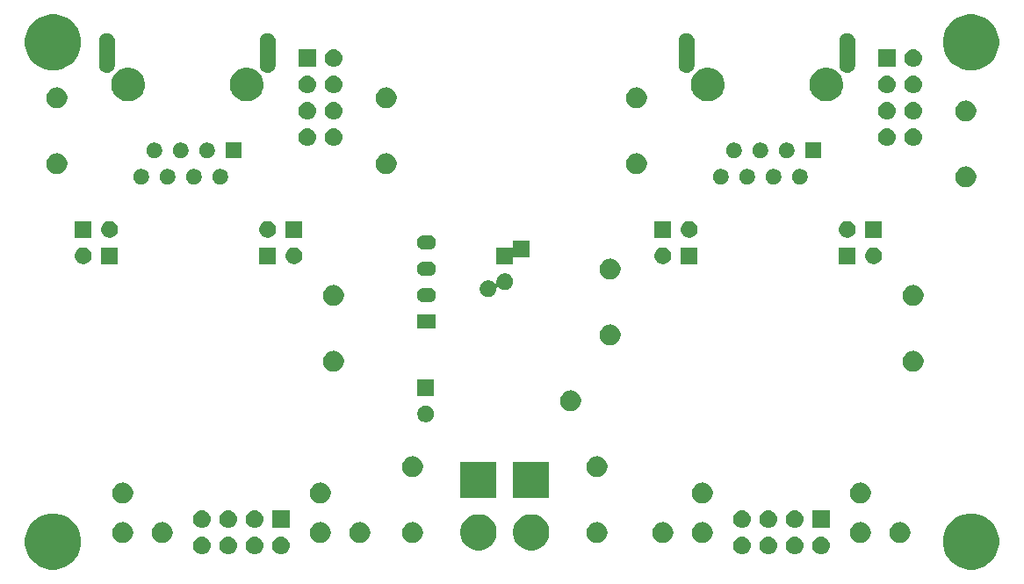
<source format=gbr>
G04 #@! TF.GenerationSoftware,KiCad,Pcbnew,5.0.2-bee76a0~70~ubuntu18.04.1*
G04 #@! TF.CreationDate,2019-06-19T23:09:45-07:00*
G04 #@! TF.ProjectId,aa-panel-receiver-lvds,61612d70-616e-4656-9c2d-726563656976,rev?*
G04 #@! TF.SameCoordinates,Original*
G04 #@! TF.FileFunction,Soldermask,Bot*
G04 #@! TF.FilePolarity,Negative*
%FSLAX46Y46*%
G04 Gerber Fmt 4.6, Leading zero omitted, Abs format (unit mm)*
G04 Created by KiCad (PCBNEW 5.0.2-bee76a0~70~ubuntu18.04.1) date Wed 19 Jun 2019 11:09:45 PM PDT*
%MOMM*%
%LPD*%
G01*
G04 APERTURE LIST*
%ADD10C,0.100000*%
G04 APERTURE END LIST*
D10*
G36*
X184175560Y-98622759D02*
X184626084Y-98809372D01*
X184666930Y-98826291D01*
X184767322Y-98893371D01*
X185109153Y-99121775D01*
X185485225Y-99497847D01*
X185485227Y-99497850D01*
X185700165Y-99819527D01*
X185780710Y-99940072D01*
X185984241Y-100431440D01*
X186088000Y-100953072D01*
X186088000Y-101484928D01*
X185984241Y-102006560D01*
X185780710Y-102497928D01*
X185485225Y-102940153D01*
X185109153Y-103316225D01*
X185109150Y-103316227D01*
X184666930Y-103611709D01*
X184666929Y-103611710D01*
X184666928Y-103611710D01*
X184175560Y-103815241D01*
X183653928Y-103919000D01*
X183122072Y-103919000D01*
X182600440Y-103815241D01*
X182109072Y-103611710D01*
X182109071Y-103611710D01*
X182109070Y-103611709D01*
X181666850Y-103316227D01*
X181666847Y-103316225D01*
X181290775Y-102940153D01*
X180995290Y-102497928D01*
X180791759Y-102006560D01*
X180688000Y-101484928D01*
X180688000Y-100953072D01*
X180791759Y-100431440D01*
X180995290Y-99940072D01*
X181075836Y-99819527D01*
X181290773Y-99497850D01*
X181290775Y-99497847D01*
X181666847Y-99121775D01*
X182008678Y-98893371D01*
X182109070Y-98826291D01*
X182149916Y-98809372D01*
X182600440Y-98622759D01*
X183122072Y-98519000D01*
X183653928Y-98519000D01*
X184175560Y-98622759D01*
X184175560Y-98622759D01*
G37*
G36*
X95656560Y-98622759D02*
X96107084Y-98809372D01*
X96147930Y-98826291D01*
X96248322Y-98893371D01*
X96590153Y-99121775D01*
X96966225Y-99497847D01*
X96966227Y-99497850D01*
X97181165Y-99819527D01*
X97261710Y-99940072D01*
X97465241Y-100431440D01*
X97569000Y-100953072D01*
X97569000Y-101484928D01*
X97465241Y-102006560D01*
X97261710Y-102497928D01*
X96966225Y-102940153D01*
X96590153Y-103316225D01*
X96590150Y-103316227D01*
X96147930Y-103611709D01*
X96147929Y-103611710D01*
X96147928Y-103611710D01*
X95656560Y-103815241D01*
X95134928Y-103919000D01*
X94603072Y-103919000D01*
X94081440Y-103815241D01*
X93590072Y-103611710D01*
X93590071Y-103611710D01*
X93590070Y-103611709D01*
X93147850Y-103316227D01*
X93147847Y-103316225D01*
X92771775Y-102940153D01*
X92476290Y-102497928D01*
X92272759Y-102006560D01*
X92169000Y-101484928D01*
X92169000Y-100953072D01*
X92272759Y-100431440D01*
X92476290Y-99940072D01*
X92556836Y-99819527D01*
X92771773Y-99497850D01*
X92771775Y-99497847D01*
X93147847Y-99121775D01*
X93489678Y-98893371D01*
X93590070Y-98826291D01*
X93630916Y-98809372D01*
X94081440Y-98622759D01*
X94603072Y-98519000D01*
X95134928Y-98519000D01*
X95656560Y-98622759D01*
X95656560Y-98622759D01*
G37*
G36*
X114466630Y-100762299D02*
X114626855Y-100810903D01*
X114774520Y-100889831D01*
X114903949Y-100996051D01*
X115010169Y-101125480D01*
X115089097Y-101273145D01*
X115137701Y-101433370D01*
X115154112Y-101600000D01*
X115137701Y-101766630D01*
X115089097Y-101926855D01*
X115010169Y-102074520D01*
X114903949Y-102203949D01*
X114774520Y-102310169D01*
X114626855Y-102389097D01*
X114466630Y-102437701D01*
X114341752Y-102450000D01*
X114258248Y-102450000D01*
X114133370Y-102437701D01*
X113973145Y-102389097D01*
X113825480Y-102310169D01*
X113696051Y-102203949D01*
X113589831Y-102074520D01*
X113510903Y-101926855D01*
X113462299Y-101766630D01*
X113445888Y-101600000D01*
X113462299Y-101433370D01*
X113510903Y-101273145D01*
X113589831Y-101125480D01*
X113696051Y-100996051D01*
X113825480Y-100889831D01*
X113973145Y-100810903D01*
X114133370Y-100762299D01*
X114258248Y-100750000D01*
X114341752Y-100750000D01*
X114466630Y-100762299D01*
X114466630Y-100762299D01*
G37*
G36*
X117006630Y-100762299D02*
X117166855Y-100810903D01*
X117314520Y-100889831D01*
X117443949Y-100996051D01*
X117550169Y-101125480D01*
X117629097Y-101273145D01*
X117677701Y-101433370D01*
X117694112Y-101600000D01*
X117677701Y-101766630D01*
X117629097Y-101926855D01*
X117550169Y-102074520D01*
X117443949Y-102203949D01*
X117314520Y-102310169D01*
X117166855Y-102389097D01*
X117006630Y-102437701D01*
X116881752Y-102450000D01*
X116798248Y-102450000D01*
X116673370Y-102437701D01*
X116513145Y-102389097D01*
X116365480Y-102310169D01*
X116236051Y-102203949D01*
X116129831Y-102074520D01*
X116050903Y-101926855D01*
X116002299Y-101766630D01*
X115985888Y-101600000D01*
X116002299Y-101433370D01*
X116050903Y-101273145D01*
X116129831Y-101125480D01*
X116236051Y-100996051D01*
X116365480Y-100889831D01*
X116513145Y-100810903D01*
X116673370Y-100762299D01*
X116798248Y-100750000D01*
X116881752Y-100750000D01*
X117006630Y-100762299D01*
X117006630Y-100762299D01*
G37*
G36*
X111926630Y-100762299D02*
X112086855Y-100810903D01*
X112234520Y-100889831D01*
X112363949Y-100996051D01*
X112470169Y-101125480D01*
X112549097Y-101273145D01*
X112597701Y-101433370D01*
X112614112Y-101600000D01*
X112597701Y-101766630D01*
X112549097Y-101926855D01*
X112470169Y-102074520D01*
X112363949Y-102203949D01*
X112234520Y-102310169D01*
X112086855Y-102389097D01*
X111926630Y-102437701D01*
X111801752Y-102450000D01*
X111718248Y-102450000D01*
X111593370Y-102437701D01*
X111433145Y-102389097D01*
X111285480Y-102310169D01*
X111156051Y-102203949D01*
X111049831Y-102074520D01*
X110970903Y-101926855D01*
X110922299Y-101766630D01*
X110905888Y-101600000D01*
X110922299Y-101433370D01*
X110970903Y-101273145D01*
X111049831Y-101125480D01*
X111156051Y-100996051D01*
X111285480Y-100889831D01*
X111433145Y-100810903D01*
X111593370Y-100762299D01*
X111718248Y-100750000D01*
X111801752Y-100750000D01*
X111926630Y-100762299D01*
X111926630Y-100762299D01*
G37*
G36*
X109386630Y-100762299D02*
X109546855Y-100810903D01*
X109694520Y-100889831D01*
X109823949Y-100996051D01*
X109930169Y-101125480D01*
X110009097Y-101273145D01*
X110057701Y-101433370D01*
X110074112Y-101600000D01*
X110057701Y-101766630D01*
X110009097Y-101926855D01*
X109930169Y-102074520D01*
X109823949Y-102203949D01*
X109694520Y-102310169D01*
X109546855Y-102389097D01*
X109386630Y-102437701D01*
X109261752Y-102450000D01*
X109178248Y-102450000D01*
X109053370Y-102437701D01*
X108893145Y-102389097D01*
X108745480Y-102310169D01*
X108616051Y-102203949D01*
X108509831Y-102074520D01*
X108430903Y-101926855D01*
X108382299Y-101766630D01*
X108365888Y-101600000D01*
X108382299Y-101433370D01*
X108430903Y-101273145D01*
X108509831Y-101125480D01*
X108616051Y-100996051D01*
X108745480Y-100889831D01*
X108893145Y-100810903D01*
X109053370Y-100762299D01*
X109178248Y-100750000D01*
X109261752Y-100750000D01*
X109386630Y-100762299D01*
X109386630Y-100762299D01*
G37*
G36*
X169076630Y-100762299D02*
X169236855Y-100810903D01*
X169384520Y-100889831D01*
X169513949Y-100996051D01*
X169620169Y-101125480D01*
X169699097Y-101273145D01*
X169747701Y-101433370D01*
X169764112Y-101600000D01*
X169747701Y-101766630D01*
X169699097Y-101926855D01*
X169620169Y-102074520D01*
X169513949Y-102203949D01*
X169384520Y-102310169D01*
X169236855Y-102389097D01*
X169076630Y-102437701D01*
X168951752Y-102450000D01*
X168868248Y-102450000D01*
X168743370Y-102437701D01*
X168583145Y-102389097D01*
X168435480Y-102310169D01*
X168306051Y-102203949D01*
X168199831Y-102074520D01*
X168120903Y-101926855D01*
X168072299Y-101766630D01*
X168055888Y-101600000D01*
X168072299Y-101433370D01*
X168120903Y-101273145D01*
X168199831Y-101125480D01*
X168306051Y-100996051D01*
X168435480Y-100889831D01*
X168583145Y-100810903D01*
X168743370Y-100762299D01*
X168868248Y-100750000D01*
X168951752Y-100750000D01*
X169076630Y-100762299D01*
X169076630Y-100762299D01*
G37*
G36*
X166536630Y-100762299D02*
X166696855Y-100810903D01*
X166844520Y-100889831D01*
X166973949Y-100996051D01*
X167080169Y-101125480D01*
X167159097Y-101273145D01*
X167207701Y-101433370D01*
X167224112Y-101600000D01*
X167207701Y-101766630D01*
X167159097Y-101926855D01*
X167080169Y-102074520D01*
X166973949Y-102203949D01*
X166844520Y-102310169D01*
X166696855Y-102389097D01*
X166536630Y-102437701D01*
X166411752Y-102450000D01*
X166328248Y-102450000D01*
X166203370Y-102437701D01*
X166043145Y-102389097D01*
X165895480Y-102310169D01*
X165766051Y-102203949D01*
X165659831Y-102074520D01*
X165580903Y-101926855D01*
X165532299Y-101766630D01*
X165515888Y-101600000D01*
X165532299Y-101433370D01*
X165580903Y-101273145D01*
X165659831Y-101125480D01*
X165766051Y-100996051D01*
X165895480Y-100889831D01*
X166043145Y-100810903D01*
X166203370Y-100762299D01*
X166328248Y-100750000D01*
X166411752Y-100750000D01*
X166536630Y-100762299D01*
X166536630Y-100762299D01*
G37*
G36*
X163996630Y-100762299D02*
X164156855Y-100810903D01*
X164304520Y-100889831D01*
X164433949Y-100996051D01*
X164540169Y-101125480D01*
X164619097Y-101273145D01*
X164667701Y-101433370D01*
X164684112Y-101600000D01*
X164667701Y-101766630D01*
X164619097Y-101926855D01*
X164540169Y-102074520D01*
X164433949Y-102203949D01*
X164304520Y-102310169D01*
X164156855Y-102389097D01*
X163996630Y-102437701D01*
X163871752Y-102450000D01*
X163788248Y-102450000D01*
X163663370Y-102437701D01*
X163503145Y-102389097D01*
X163355480Y-102310169D01*
X163226051Y-102203949D01*
X163119831Y-102074520D01*
X163040903Y-101926855D01*
X162992299Y-101766630D01*
X162975888Y-101600000D01*
X162992299Y-101433370D01*
X163040903Y-101273145D01*
X163119831Y-101125480D01*
X163226051Y-100996051D01*
X163355480Y-100889831D01*
X163503145Y-100810903D01*
X163663370Y-100762299D01*
X163788248Y-100750000D01*
X163871752Y-100750000D01*
X163996630Y-100762299D01*
X163996630Y-100762299D01*
G37*
G36*
X161456630Y-100762299D02*
X161616855Y-100810903D01*
X161764520Y-100889831D01*
X161893949Y-100996051D01*
X162000169Y-101125480D01*
X162079097Y-101273145D01*
X162127701Y-101433370D01*
X162144112Y-101600000D01*
X162127701Y-101766630D01*
X162079097Y-101926855D01*
X162000169Y-102074520D01*
X161893949Y-102203949D01*
X161764520Y-102310169D01*
X161616855Y-102389097D01*
X161456630Y-102437701D01*
X161331752Y-102450000D01*
X161248248Y-102450000D01*
X161123370Y-102437701D01*
X160963145Y-102389097D01*
X160815480Y-102310169D01*
X160686051Y-102203949D01*
X160579831Y-102074520D01*
X160500903Y-101926855D01*
X160452299Y-101766630D01*
X160435888Y-101600000D01*
X160452299Y-101433370D01*
X160500903Y-101273145D01*
X160579831Y-101125480D01*
X160686051Y-100996051D01*
X160815480Y-100889831D01*
X160963145Y-100810903D01*
X161123370Y-100762299D01*
X161248248Y-100750000D01*
X161331752Y-100750000D01*
X161456630Y-100762299D01*
X161456630Y-100762299D01*
G37*
G36*
X136400473Y-98647193D02*
X136718963Y-98779116D01*
X137005601Y-98970641D01*
X137249359Y-99214399D01*
X137440884Y-99501037D01*
X137572807Y-99819527D01*
X137640060Y-100157633D01*
X137640060Y-100502367D01*
X137572807Y-100840473D01*
X137440884Y-101158963D01*
X137249359Y-101445601D01*
X137005601Y-101689359D01*
X136718963Y-101880884D01*
X136400473Y-102012807D01*
X136062367Y-102080060D01*
X135717633Y-102080060D01*
X135379527Y-102012807D01*
X135061037Y-101880884D01*
X134774399Y-101689359D01*
X134530641Y-101445601D01*
X134339116Y-101158963D01*
X134207193Y-100840473D01*
X134139940Y-100502367D01*
X134139940Y-100157633D01*
X134207193Y-99819527D01*
X134339116Y-99501037D01*
X134530641Y-99214399D01*
X134774399Y-98970641D01*
X135061037Y-98779116D01*
X135379527Y-98647193D01*
X135717633Y-98579940D01*
X136062367Y-98579940D01*
X136400473Y-98647193D01*
X136400473Y-98647193D01*
G37*
G36*
X141480473Y-98647193D02*
X141798963Y-98779116D01*
X142085601Y-98970641D01*
X142329359Y-99214399D01*
X142520884Y-99501037D01*
X142652807Y-99819527D01*
X142720060Y-100157633D01*
X142720060Y-100502367D01*
X142652807Y-100840473D01*
X142520884Y-101158963D01*
X142329359Y-101445601D01*
X142085601Y-101689359D01*
X141798963Y-101880884D01*
X141480473Y-102012807D01*
X141142367Y-102080060D01*
X140797633Y-102080060D01*
X140459527Y-102012807D01*
X140141037Y-101880884D01*
X139854399Y-101689359D01*
X139610641Y-101445601D01*
X139419116Y-101158963D01*
X139287193Y-100840473D01*
X139219940Y-100502367D01*
X139219940Y-100157633D01*
X139287193Y-99819527D01*
X139419116Y-99501037D01*
X139610641Y-99214399D01*
X139854399Y-98970641D01*
X140141037Y-98779116D01*
X140459527Y-98647193D01*
X140797633Y-98579940D01*
X141142367Y-98579940D01*
X141480473Y-98647193D01*
X141480473Y-98647193D01*
G37*
G36*
X147495770Y-99345372D02*
X147611689Y-99368429D01*
X147793678Y-99443811D01*
X147957463Y-99553249D01*
X148096751Y-99692537D01*
X148206189Y-99856322D01*
X148281571Y-100038311D01*
X148302113Y-100141584D01*
X148320000Y-100231507D01*
X148320000Y-100428493D01*
X148305306Y-100502366D01*
X148281571Y-100621689D01*
X148206189Y-100803678D01*
X148096751Y-100967463D01*
X147957463Y-101106751D01*
X147793678Y-101216189D01*
X147611689Y-101291571D01*
X147495770Y-101314628D01*
X147418493Y-101330000D01*
X147221507Y-101330000D01*
X147144230Y-101314628D01*
X147028311Y-101291571D01*
X146846322Y-101216189D01*
X146682537Y-101106751D01*
X146543249Y-100967463D01*
X146433811Y-100803678D01*
X146358429Y-100621689D01*
X146334694Y-100502366D01*
X146320000Y-100428493D01*
X146320000Y-100231507D01*
X146337887Y-100141584D01*
X146358429Y-100038311D01*
X146433811Y-99856322D01*
X146543249Y-99692537D01*
X146682537Y-99553249D01*
X146846322Y-99443811D01*
X147028311Y-99368429D01*
X147144230Y-99345372D01*
X147221507Y-99330000D01*
X147418493Y-99330000D01*
X147495770Y-99345372D01*
X147495770Y-99345372D01*
G37*
G36*
X153845770Y-99345372D02*
X153961689Y-99368429D01*
X154143678Y-99443811D01*
X154307463Y-99553249D01*
X154446751Y-99692537D01*
X154556189Y-99856322D01*
X154631571Y-100038311D01*
X154652113Y-100141584D01*
X154670000Y-100231507D01*
X154670000Y-100428493D01*
X154655306Y-100502366D01*
X154631571Y-100621689D01*
X154556189Y-100803678D01*
X154446751Y-100967463D01*
X154307463Y-101106751D01*
X154143678Y-101216189D01*
X153961689Y-101291571D01*
X153845770Y-101314628D01*
X153768493Y-101330000D01*
X153571507Y-101330000D01*
X153494230Y-101314628D01*
X153378311Y-101291571D01*
X153196322Y-101216189D01*
X153032537Y-101106751D01*
X152893249Y-100967463D01*
X152783811Y-100803678D01*
X152708429Y-100621689D01*
X152684694Y-100502366D01*
X152670000Y-100428493D01*
X152670000Y-100231507D01*
X152687887Y-100141584D01*
X152708429Y-100038311D01*
X152783811Y-99856322D01*
X152893249Y-99692537D01*
X153032537Y-99553249D01*
X153196322Y-99443811D01*
X153378311Y-99368429D01*
X153494230Y-99345372D01*
X153571507Y-99330000D01*
X153768493Y-99330000D01*
X153845770Y-99345372D01*
X153845770Y-99345372D01*
G37*
G36*
X157655770Y-99345372D02*
X157771689Y-99368429D01*
X157953678Y-99443811D01*
X158117463Y-99553249D01*
X158256751Y-99692537D01*
X158366189Y-99856322D01*
X158441571Y-100038311D01*
X158462113Y-100141584D01*
X158480000Y-100231507D01*
X158480000Y-100428493D01*
X158465306Y-100502366D01*
X158441571Y-100621689D01*
X158366189Y-100803678D01*
X158256751Y-100967463D01*
X158117463Y-101106751D01*
X157953678Y-101216189D01*
X157771689Y-101291571D01*
X157655770Y-101314628D01*
X157578493Y-101330000D01*
X157381507Y-101330000D01*
X157304230Y-101314628D01*
X157188311Y-101291571D01*
X157006322Y-101216189D01*
X156842537Y-101106751D01*
X156703249Y-100967463D01*
X156593811Y-100803678D01*
X156518429Y-100621689D01*
X156494694Y-100502366D01*
X156480000Y-100428493D01*
X156480000Y-100231507D01*
X156497887Y-100141584D01*
X156518429Y-100038311D01*
X156593811Y-99856322D01*
X156703249Y-99692537D01*
X156842537Y-99553249D01*
X157006322Y-99443811D01*
X157188311Y-99368429D01*
X157304230Y-99345372D01*
X157381507Y-99330000D01*
X157578493Y-99330000D01*
X157655770Y-99345372D01*
X157655770Y-99345372D01*
G37*
G36*
X172895770Y-99345372D02*
X173011689Y-99368429D01*
X173193678Y-99443811D01*
X173357463Y-99553249D01*
X173496751Y-99692537D01*
X173606189Y-99856322D01*
X173681571Y-100038311D01*
X173702113Y-100141584D01*
X173720000Y-100231507D01*
X173720000Y-100428493D01*
X173705306Y-100502366D01*
X173681571Y-100621689D01*
X173606189Y-100803678D01*
X173496751Y-100967463D01*
X173357463Y-101106751D01*
X173193678Y-101216189D01*
X173011689Y-101291571D01*
X172895770Y-101314628D01*
X172818493Y-101330000D01*
X172621507Y-101330000D01*
X172544230Y-101314628D01*
X172428311Y-101291571D01*
X172246322Y-101216189D01*
X172082537Y-101106751D01*
X171943249Y-100967463D01*
X171833811Y-100803678D01*
X171758429Y-100621689D01*
X171734694Y-100502366D01*
X171720000Y-100428493D01*
X171720000Y-100231507D01*
X171737887Y-100141584D01*
X171758429Y-100038311D01*
X171833811Y-99856322D01*
X171943249Y-99692537D01*
X172082537Y-99553249D01*
X172246322Y-99443811D01*
X172428311Y-99368429D01*
X172544230Y-99345372D01*
X172621507Y-99330000D01*
X172818493Y-99330000D01*
X172895770Y-99345372D01*
X172895770Y-99345372D01*
G37*
G36*
X176705770Y-99345372D02*
X176821689Y-99368429D01*
X177003678Y-99443811D01*
X177167463Y-99553249D01*
X177306751Y-99692537D01*
X177416189Y-99856322D01*
X177491571Y-100038311D01*
X177512113Y-100141584D01*
X177530000Y-100231507D01*
X177530000Y-100428493D01*
X177515306Y-100502366D01*
X177491571Y-100621689D01*
X177416189Y-100803678D01*
X177306751Y-100967463D01*
X177167463Y-101106751D01*
X177003678Y-101216189D01*
X176821689Y-101291571D01*
X176705770Y-101314628D01*
X176628493Y-101330000D01*
X176431507Y-101330000D01*
X176354230Y-101314628D01*
X176238311Y-101291571D01*
X176056322Y-101216189D01*
X175892537Y-101106751D01*
X175753249Y-100967463D01*
X175643811Y-100803678D01*
X175568429Y-100621689D01*
X175544694Y-100502366D01*
X175530000Y-100428493D01*
X175530000Y-100231507D01*
X175547887Y-100141584D01*
X175568429Y-100038311D01*
X175643811Y-99856322D01*
X175753249Y-99692537D01*
X175892537Y-99553249D01*
X176056322Y-99443811D01*
X176238311Y-99368429D01*
X176354230Y-99345372D01*
X176431507Y-99330000D01*
X176628493Y-99330000D01*
X176705770Y-99345372D01*
X176705770Y-99345372D01*
G37*
G36*
X129715770Y-99345372D02*
X129831689Y-99368429D01*
X130013678Y-99443811D01*
X130177463Y-99553249D01*
X130316751Y-99692537D01*
X130426189Y-99856322D01*
X130501571Y-100038311D01*
X130522113Y-100141584D01*
X130540000Y-100231507D01*
X130540000Y-100428493D01*
X130525306Y-100502366D01*
X130501571Y-100621689D01*
X130426189Y-100803678D01*
X130316751Y-100967463D01*
X130177463Y-101106751D01*
X130013678Y-101216189D01*
X129831689Y-101291571D01*
X129715770Y-101314628D01*
X129638493Y-101330000D01*
X129441507Y-101330000D01*
X129364230Y-101314628D01*
X129248311Y-101291571D01*
X129066322Y-101216189D01*
X128902537Y-101106751D01*
X128763249Y-100967463D01*
X128653811Y-100803678D01*
X128578429Y-100621689D01*
X128554694Y-100502366D01*
X128540000Y-100428493D01*
X128540000Y-100231507D01*
X128557887Y-100141584D01*
X128578429Y-100038311D01*
X128653811Y-99856322D01*
X128763249Y-99692537D01*
X128902537Y-99553249D01*
X129066322Y-99443811D01*
X129248311Y-99368429D01*
X129364230Y-99345372D01*
X129441507Y-99330000D01*
X129638493Y-99330000D01*
X129715770Y-99345372D01*
X129715770Y-99345372D01*
G37*
G36*
X101775770Y-99345372D02*
X101891689Y-99368429D01*
X102073678Y-99443811D01*
X102237463Y-99553249D01*
X102376751Y-99692537D01*
X102486189Y-99856322D01*
X102561571Y-100038311D01*
X102582113Y-100141584D01*
X102600000Y-100231507D01*
X102600000Y-100428493D01*
X102585306Y-100502366D01*
X102561571Y-100621689D01*
X102486189Y-100803678D01*
X102376751Y-100967463D01*
X102237463Y-101106751D01*
X102073678Y-101216189D01*
X101891689Y-101291571D01*
X101775770Y-101314628D01*
X101698493Y-101330000D01*
X101501507Y-101330000D01*
X101424230Y-101314628D01*
X101308311Y-101291571D01*
X101126322Y-101216189D01*
X100962537Y-101106751D01*
X100823249Y-100967463D01*
X100713811Y-100803678D01*
X100638429Y-100621689D01*
X100614694Y-100502366D01*
X100600000Y-100428493D01*
X100600000Y-100231507D01*
X100617887Y-100141584D01*
X100638429Y-100038311D01*
X100713811Y-99856322D01*
X100823249Y-99692537D01*
X100962537Y-99553249D01*
X101126322Y-99443811D01*
X101308311Y-99368429D01*
X101424230Y-99345372D01*
X101501507Y-99330000D01*
X101698493Y-99330000D01*
X101775770Y-99345372D01*
X101775770Y-99345372D01*
G37*
G36*
X120825770Y-99345372D02*
X120941689Y-99368429D01*
X121123678Y-99443811D01*
X121287463Y-99553249D01*
X121426751Y-99692537D01*
X121536189Y-99856322D01*
X121611571Y-100038311D01*
X121632113Y-100141584D01*
X121650000Y-100231507D01*
X121650000Y-100428493D01*
X121635306Y-100502366D01*
X121611571Y-100621689D01*
X121536189Y-100803678D01*
X121426751Y-100967463D01*
X121287463Y-101106751D01*
X121123678Y-101216189D01*
X120941689Y-101291571D01*
X120825770Y-101314628D01*
X120748493Y-101330000D01*
X120551507Y-101330000D01*
X120474230Y-101314628D01*
X120358311Y-101291571D01*
X120176322Y-101216189D01*
X120012537Y-101106751D01*
X119873249Y-100967463D01*
X119763811Y-100803678D01*
X119688429Y-100621689D01*
X119664694Y-100502366D01*
X119650000Y-100428493D01*
X119650000Y-100231507D01*
X119667887Y-100141584D01*
X119688429Y-100038311D01*
X119763811Y-99856322D01*
X119873249Y-99692537D01*
X120012537Y-99553249D01*
X120176322Y-99443811D01*
X120358311Y-99368429D01*
X120474230Y-99345372D01*
X120551507Y-99330000D01*
X120748493Y-99330000D01*
X120825770Y-99345372D01*
X120825770Y-99345372D01*
G37*
G36*
X124635770Y-99345372D02*
X124751689Y-99368429D01*
X124933678Y-99443811D01*
X125097463Y-99553249D01*
X125236751Y-99692537D01*
X125346189Y-99856322D01*
X125421571Y-100038311D01*
X125442113Y-100141584D01*
X125460000Y-100231507D01*
X125460000Y-100428493D01*
X125445306Y-100502366D01*
X125421571Y-100621689D01*
X125346189Y-100803678D01*
X125236751Y-100967463D01*
X125097463Y-101106751D01*
X124933678Y-101216189D01*
X124751689Y-101291571D01*
X124635770Y-101314628D01*
X124558493Y-101330000D01*
X124361507Y-101330000D01*
X124284230Y-101314628D01*
X124168311Y-101291571D01*
X123986322Y-101216189D01*
X123822537Y-101106751D01*
X123683249Y-100967463D01*
X123573811Y-100803678D01*
X123498429Y-100621689D01*
X123474694Y-100502366D01*
X123460000Y-100428493D01*
X123460000Y-100231507D01*
X123477887Y-100141584D01*
X123498429Y-100038311D01*
X123573811Y-99856322D01*
X123683249Y-99692537D01*
X123822537Y-99553249D01*
X123986322Y-99443811D01*
X124168311Y-99368429D01*
X124284230Y-99345372D01*
X124361507Y-99330000D01*
X124558493Y-99330000D01*
X124635770Y-99345372D01*
X124635770Y-99345372D01*
G37*
G36*
X105585770Y-99345372D02*
X105701689Y-99368429D01*
X105883678Y-99443811D01*
X106047463Y-99553249D01*
X106186751Y-99692537D01*
X106296189Y-99856322D01*
X106371571Y-100038311D01*
X106392113Y-100141584D01*
X106410000Y-100231507D01*
X106410000Y-100428493D01*
X106395306Y-100502366D01*
X106371571Y-100621689D01*
X106296189Y-100803678D01*
X106186751Y-100967463D01*
X106047463Y-101106751D01*
X105883678Y-101216189D01*
X105701689Y-101291571D01*
X105585770Y-101314628D01*
X105508493Y-101330000D01*
X105311507Y-101330000D01*
X105234230Y-101314628D01*
X105118311Y-101291571D01*
X104936322Y-101216189D01*
X104772537Y-101106751D01*
X104633249Y-100967463D01*
X104523811Y-100803678D01*
X104448429Y-100621689D01*
X104424694Y-100502366D01*
X104410000Y-100428493D01*
X104410000Y-100231507D01*
X104427887Y-100141584D01*
X104448429Y-100038311D01*
X104523811Y-99856322D01*
X104633249Y-99692537D01*
X104772537Y-99553249D01*
X104936322Y-99443811D01*
X105118311Y-99368429D01*
X105234230Y-99345372D01*
X105311507Y-99330000D01*
X105508493Y-99330000D01*
X105585770Y-99345372D01*
X105585770Y-99345372D01*
G37*
G36*
X166536630Y-98222299D02*
X166696855Y-98270903D01*
X166844520Y-98349831D01*
X166973949Y-98456051D01*
X167080169Y-98585480D01*
X167159097Y-98733145D01*
X167207701Y-98893370D01*
X167224112Y-99060000D01*
X167207701Y-99226630D01*
X167159097Y-99386855D01*
X167080169Y-99534520D01*
X166973949Y-99663949D01*
X166844520Y-99770169D01*
X166696855Y-99849097D01*
X166536630Y-99897701D01*
X166411752Y-99910000D01*
X166328248Y-99910000D01*
X166203370Y-99897701D01*
X166043145Y-99849097D01*
X165895480Y-99770169D01*
X165766051Y-99663949D01*
X165659831Y-99534520D01*
X165580903Y-99386855D01*
X165532299Y-99226630D01*
X165515888Y-99060000D01*
X165532299Y-98893370D01*
X165580903Y-98733145D01*
X165659831Y-98585480D01*
X165766051Y-98456051D01*
X165895480Y-98349831D01*
X166043145Y-98270903D01*
X166203370Y-98222299D01*
X166328248Y-98210000D01*
X166411752Y-98210000D01*
X166536630Y-98222299D01*
X166536630Y-98222299D01*
G37*
G36*
X169760000Y-99910000D02*
X168060000Y-99910000D01*
X168060000Y-98210000D01*
X169760000Y-98210000D01*
X169760000Y-99910000D01*
X169760000Y-99910000D01*
G37*
G36*
X163996630Y-98222299D02*
X164156855Y-98270903D01*
X164304520Y-98349831D01*
X164433949Y-98456051D01*
X164540169Y-98585480D01*
X164619097Y-98733145D01*
X164667701Y-98893370D01*
X164684112Y-99060000D01*
X164667701Y-99226630D01*
X164619097Y-99386855D01*
X164540169Y-99534520D01*
X164433949Y-99663949D01*
X164304520Y-99770169D01*
X164156855Y-99849097D01*
X163996630Y-99897701D01*
X163871752Y-99910000D01*
X163788248Y-99910000D01*
X163663370Y-99897701D01*
X163503145Y-99849097D01*
X163355480Y-99770169D01*
X163226051Y-99663949D01*
X163119831Y-99534520D01*
X163040903Y-99386855D01*
X162992299Y-99226630D01*
X162975888Y-99060000D01*
X162992299Y-98893370D01*
X163040903Y-98733145D01*
X163119831Y-98585480D01*
X163226051Y-98456051D01*
X163355480Y-98349831D01*
X163503145Y-98270903D01*
X163663370Y-98222299D01*
X163788248Y-98210000D01*
X163871752Y-98210000D01*
X163996630Y-98222299D01*
X163996630Y-98222299D01*
G37*
G36*
X117690000Y-99910000D02*
X115990000Y-99910000D01*
X115990000Y-98210000D01*
X117690000Y-98210000D01*
X117690000Y-99910000D01*
X117690000Y-99910000D01*
G37*
G36*
X114466630Y-98222299D02*
X114626855Y-98270903D01*
X114774520Y-98349831D01*
X114903949Y-98456051D01*
X115010169Y-98585480D01*
X115089097Y-98733145D01*
X115137701Y-98893370D01*
X115154112Y-99060000D01*
X115137701Y-99226630D01*
X115089097Y-99386855D01*
X115010169Y-99534520D01*
X114903949Y-99663949D01*
X114774520Y-99770169D01*
X114626855Y-99849097D01*
X114466630Y-99897701D01*
X114341752Y-99910000D01*
X114258248Y-99910000D01*
X114133370Y-99897701D01*
X113973145Y-99849097D01*
X113825480Y-99770169D01*
X113696051Y-99663949D01*
X113589831Y-99534520D01*
X113510903Y-99386855D01*
X113462299Y-99226630D01*
X113445888Y-99060000D01*
X113462299Y-98893370D01*
X113510903Y-98733145D01*
X113589831Y-98585480D01*
X113696051Y-98456051D01*
X113825480Y-98349831D01*
X113973145Y-98270903D01*
X114133370Y-98222299D01*
X114258248Y-98210000D01*
X114341752Y-98210000D01*
X114466630Y-98222299D01*
X114466630Y-98222299D01*
G37*
G36*
X109386630Y-98222299D02*
X109546855Y-98270903D01*
X109694520Y-98349831D01*
X109823949Y-98456051D01*
X109930169Y-98585480D01*
X110009097Y-98733145D01*
X110057701Y-98893370D01*
X110074112Y-99060000D01*
X110057701Y-99226630D01*
X110009097Y-99386855D01*
X109930169Y-99534520D01*
X109823949Y-99663949D01*
X109694520Y-99770169D01*
X109546855Y-99849097D01*
X109386630Y-99897701D01*
X109261752Y-99910000D01*
X109178248Y-99910000D01*
X109053370Y-99897701D01*
X108893145Y-99849097D01*
X108745480Y-99770169D01*
X108616051Y-99663949D01*
X108509831Y-99534520D01*
X108430903Y-99386855D01*
X108382299Y-99226630D01*
X108365888Y-99060000D01*
X108382299Y-98893370D01*
X108430903Y-98733145D01*
X108509831Y-98585480D01*
X108616051Y-98456051D01*
X108745480Y-98349831D01*
X108893145Y-98270903D01*
X109053370Y-98222299D01*
X109178248Y-98210000D01*
X109261752Y-98210000D01*
X109386630Y-98222299D01*
X109386630Y-98222299D01*
G37*
G36*
X111926630Y-98222299D02*
X112086855Y-98270903D01*
X112234520Y-98349831D01*
X112363949Y-98456051D01*
X112470169Y-98585480D01*
X112549097Y-98733145D01*
X112597701Y-98893370D01*
X112614112Y-99060000D01*
X112597701Y-99226630D01*
X112549097Y-99386855D01*
X112470169Y-99534520D01*
X112363949Y-99663949D01*
X112234520Y-99770169D01*
X112086855Y-99849097D01*
X111926630Y-99897701D01*
X111801752Y-99910000D01*
X111718248Y-99910000D01*
X111593370Y-99897701D01*
X111433145Y-99849097D01*
X111285480Y-99770169D01*
X111156051Y-99663949D01*
X111049831Y-99534520D01*
X110970903Y-99386855D01*
X110922299Y-99226630D01*
X110905888Y-99060000D01*
X110922299Y-98893370D01*
X110970903Y-98733145D01*
X111049831Y-98585480D01*
X111156051Y-98456051D01*
X111285480Y-98349831D01*
X111433145Y-98270903D01*
X111593370Y-98222299D01*
X111718248Y-98210000D01*
X111801752Y-98210000D01*
X111926630Y-98222299D01*
X111926630Y-98222299D01*
G37*
G36*
X161456630Y-98222299D02*
X161616855Y-98270903D01*
X161764520Y-98349831D01*
X161893949Y-98456051D01*
X162000169Y-98585480D01*
X162079097Y-98733145D01*
X162127701Y-98893370D01*
X162144112Y-99060000D01*
X162127701Y-99226630D01*
X162079097Y-99386855D01*
X162000169Y-99534520D01*
X161893949Y-99663949D01*
X161764520Y-99770169D01*
X161616855Y-99849097D01*
X161456630Y-99897701D01*
X161331752Y-99910000D01*
X161248248Y-99910000D01*
X161123370Y-99897701D01*
X160963145Y-99849097D01*
X160815480Y-99770169D01*
X160686051Y-99663949D01*
X160579831Y-99534520D01*
X160500903Y-99386855D01*
X160452299Y-99226630D01*
X160435888Y-99060000D01*
X160452299Y-98893370D01*
X160500903Y-98733145D01*
X160579831Y-98585480D01*
X160686051Y-98456051D01*
X160815480Y-98349831D01*
X160963145Y-98270903D01*
X161123370Y-98222299D01*
X161248248Y-98210000D01*
X161331752Y-98210000D01*
X161456630Y-98222299D01*
X161456630Y-98222299D01*
G37*
G36*
X120825770Y-95535372D02*
X120941689Y-95558429D01*
X121123678Y-95633811D01*
X121287463Y-95743249D01*
X121426751Y-95882537D01*
X121536189Y-96046322D01*
X121611571Y-96228311D01*
X121650000Y-96421509D01*
X121650000Y-96618491D01*
X121611571Y-96811689D01*
X121536189Y-96993678D01*
X121426751Y-97157463D01*
X121287463Y-97296751D01*
X121123678Y-97406189D01*
X120941689Y-97481571D01*
X120825770Y-97504628D01*
X120748493Y-97520000D01*
X120551507Y-97520000D01*
X120474230Y-97504628D01*
X120358311Y-97481571D01*
X120176322Y-97406189D01*
X120012537Y-97296751D01*
X119873249Y-97157463D01*
X119763811Y-96993678D01*
X119688429Y-96811689D01*
X119650000Y-96618491D01*
X119650000Y-96421509D01*
X119688429Y-96228311D01*
X119763811Y-96046322D01*
X119873249Y-95882537D01*
X120012537Y-95743249D01*
X120176322Y-95633811D01*
X120358311Y-95558429D01*
X120474230Y-95535372D01*
X120551507Y-95520000D01*
X120748493Y-95520000D01*
X120825770Y-95535372D01*
X120825770Y-95535372D01*
G37*
G36*
X101775770Y-95535372D02*
X101891689Y-95558429D01*
X102073678Y-95633811D01*
X102237463Y-95743249D01*
X102376751Y-95882537D01*
X102486189Y-96046322D01*
X102561571Y-96228311D01*
X102600000Y-96421509D01*
X102600000Y-96618491D01*
X102561571Y-96811689D01*
X102486189Y-96993678D01*
X102376751Y-97157463D01*
X102237463Y-97296751D01*
X102073678Y-97406189D01*
X101891689Y-97481571D01*
X101775770Y-97504628D01*
X101698493Y-97520000D01*
X101501507Y-97520000D01*
X101424230Y-97504628D01*
X101308311Y-97481571D01*
X101126322Y-97406189D01*
X100962537Y-97296751D01*
X100823249Y-97157463D01*
X100713811Y-96993678D01*
X100638429Y-96811689D01*
X100600000Y-96618491D01*
X100600000Y-96421509D01*
X100638429Y-96228311D01*
X100713811Y-96046322D01*
X100823249Y-95882537D01*
X100962537Y-95743249D01*
X101126322Y-95633811D01*
X101308311Y-95558429D01*
X101424230Y-95535372D01*
X101501507Y-95520000D01*
X101698493Y-95520000D01*
X101775770Y-95535372D01*
X101775770Y-95535372D01*
G37*
G36*
X172895770Y-95535372D02*
X173011689Y-95558429D01*
X173193678Y-95633811D01*
X173357463Y-95743249D01*
X173496751Y-95882537D01*
X173606189Y-96046322D01*
X173681571Y-96228311D01*
X173720000Y-96421509D01*
X173720000Y-96618491D01*
X173681571Y-96811689D01*
X173606189Y-96993678D01*
X173496751Y-97157463D01*
X173357463Y-97296751D01*
X173193678Y-97406189D01*
X173011689Y-97481571D01*
X172895770Y-97504628D01*
X172818493Y-97520000D01*
X172621507Y-97520000D01*
X172544230Y-97504628D01*
X172428311Y-97481571D01*
X172246322Y-97406189D01*
X172082537Y-97296751D01*
X171943249Y-97157463D01*
X171833811Y-96993678D01*
X171758429Y-96811689D01*
X171720000Y-96618491D01*
X171720000Y-96421509D01*
X171758429Y-96228311D01*
X171833811Y-96046322D01*
X171943249Y-95882537D01*
X172082537Y-95743249D01*
X172246322Y-95633811D01*
X172428311Y-95558429D01*
X172544230Y-95535372D01*
X172621507Y-95520000D01*
X172818493Y-95520000D01*
X172895770Y-95535372D01*
X172895770Y-95535372D01*
G37*
G36*
X157655770Y-95535372D02*
X157771689Y-95558429D01*
X157953678Y-95633811D01*
X158117463Y-95743249D01*
X158256751Y-95882537D01*
X158366189Y-96046322D01*
X158441571Y-96228311D01*
X158480000Y-96421509D01*
X158480000Y-96618491D01*
X158441571Y-96811689D01*
X158366189Y-96993678D01*
X158256751Y-97157463D01*
X158117463Y-97296751D01*
X157953678Y-97406189D01*
X157771689Y-97481571D01*
X157655770Y-97504628D01*
X157578493Y-97520000D01*
X157381507Y-97520000D01*
X157304230Y-97504628D01*
X157188311Y-97481571D01*
X157006322Y-97406189D01*
X156842537Y-97296751D01*
X156703249Y-97157463D01*
X156593811Y-96993678D01*
X156518429Y-96811689D01*
X156480000Y-96618491D01*
X156480000Y-96421509D01*
X156518429Y-96228311D01*
X156593811Y-96046322D01*
X156703249Y-95882537D01*
X156842537Y-95743249D01*
X157006322Y-95633811D01*
X157188311Y-95558429D01*
X157304230Y-95535372D01*
X157381507Y-95520000D01*
X157578493Y-95520000D01*
X157655770Y-95535372D01*
X157655770Y-95535372D01*
G37*
G36*
X137640060Y-97000060D02*
X134139940Y-97000060D01*
X134139940Y-93499940D01*
X137640060Y-93499940D01*
X137640060Y-97000060D01*
X137640060Y-97000060D01*
G37*
G36*
X142720060Y-97000060D02*
X139219940Y-97000060D01*
X139219940Y-93499940D01*
X142720060Y-93499940D01*
X142720060Y-97000060D01*
X142720060Y-97000060D01*
G37*
G36*
X129715770Y-92995372D02*
X129831689Y-93018429D01*
X130013678Y-93093811D01*
X130177463Y-93203249D01*
X130316751Y-93342537D01*
X130426189Y-93506322D01*
X130501571Y-93688311D01*
X130540000Y-93881509D01*
X130540000Y-94078491D01*
X130501571Y-94271689D01*
X130426189Y-94453678D01*
X130316751Y-94617463D01*
X130177463Y-94756751D01*
X130013678Y-94866189D01*
X129831689Y-94941571D01*
X129715770Y-94964628D01*
X129638493Y-94980000D01*
X129441507Y-94980000D01*
X129364230Y-94964628D01*
X129248311Y-94941571D01*
X129066322Y-94866189D01*
X128902537Y-94756751D01*
X128763249Y-94617463D01*
X128653811Y-94453678D01*
X128578429Y-94271689D01*
X128540000Y-94078491D01*
X128540000Y-93881509D01*
X128578429Y-93688311D01*
X128653811Y-93506322D01*
X128763249Y-93342537D01*
X128902537Y-93203249D01*
X129066322Y-93093811D01*
X129248311Y-93018429D01*
X129364230Y-92995372D01*
X129441507Y-92980000D01*
X129638493Y-92980000D01*
X129715770Y-92995372D01*
X129715770Y-92995372D01*
G37*
G36*
X147495770Y-92995372D02*
X147611689Y-93018429D01*
X147793678Y-93093811D01*
X147957463Y-93203249D01*
X148096751Y-93342537D01*
X148206189Y-93506322D01*
X148281571Y-93688311D01*
X148320000Y-93881509D01*
X148320000Y-94078491D01*
X148281571Y-94271689D01*
X148206189Y-94453678D01*
X148096751Y-94617463D01*
X147957463Y-94756751D01*
X147793678Y-94866189D01*
X147611689Y-94941571D01*
X147495770Y-94964628D01*
X147418493Y-94980000D01*
X147221507Y-94980000D01*
X147144230Y-94964628D01*
X147028311Y-94941571D01*
X146846322Y-94866189D01*
X146682537Y-94756751D01*
X146543249Y-94617463D01*
X146433811Y-94453678D01*
X146358429Y-94271689D01*
X146320000Y-94078491D01*
X146320000Y-93881509D01*
X146358429Y-93688311D01*
X146433811Y-93506322D01*
X146543249Y-93342537D01*
X146682537Y-93203249D01*
X146846322Y-93093811D01*
X147028311Y-93018429D01*
X147144230Y-92995372D01*
X147221507Y-92980000D01*
X147418493Y-92980000D01*
X147495770Y-92995372D01*
X147495770Y-92995372D01*
G37*
G36*
X131043352Y-88130743D02*
X131188941Y-88191048D01*
X131319973Y-88278601D01*
X131431399Y-88390027D01*
X131518952Y-88521059D01*
X131579257Y-88666648D01*
X131610000Y-88821205D01*
X131610000Y-88978795D01*
X131579257Y-89133352D01*
X131518952Y-89278941D01*
X131431399Y-89409973D01*
X131319973Y-89521399D01*
X131188941Y-89608952D01*
X131043352Y-89669257D01*
X130888795Y-89700000D01*
X130731205Y-89700000D01*
X130576648Y-89669257D01*
X130431059Y-89608952D01*
X130300027Y-89521399D01*
X130188601Y-89409973D01*
X130101048Y-89278941D01*
X130040743Y-89133352D01*
X130010000Y-88978795D01*
X130010000Y-88821205D01*
X130040743Y-88666648D01*
X130101048Y-88521059D01*
X130188601Y-88390027D01*
X130300027Y-88278601D01*
X130431059Y-88191048D01*
X130576648Y-88130743D01*
X130731205Y-88100000D01*
X130888795Y-88100000D01*
X131043352Y-88130743D01*
X131043352Y-88130743D01*
G37*
G36*
X144955770Y-86645372D02*
X145071689Y-86668429D01*
X145253678Y-86743811D01*
X145417463Y-86853249D01*
X145556751Y-86992537D01*
X145666189Y-87156322D01*
X145741571Y-87338311D01*
X145780000Y-87531509D01*
X145780000Y-87728491D01*
X145741571Y-87921689D01*
X145666189Y-88103678D01*
X145556751Y-88267463D01*
X145417463Y-88406751D01*
X145253678Y-88516189D01*
X145071689Y-88591571D01*
X144955770Y-88614628D01*
X144878493Y-88630000D01*
X144681507Y-88630000D01*
X144604230Y-88614628D01*
X144488311Y-88591571D01*
X144306322Y-88516189D01*
X144142537Y-88406751D01*
X144003249Y-88267463D01*
X143893811Y-88103678D01*
X143818429Y-87921689D01*
X143780000Y-87728491D01*
X143780000Y-87531509D01*
X143818429Y-87338311D01*
X143893811Y-87156322D01*
X144003249Y-86992537D01*
X144142537Y-86853249D01*
X144306322Y-86743811D01*
X144488311Y-86668429D01*
X144604230Y-86645372D01*
X144681507Y-86630000D01*
X144878493Y-86630000D01*
X144955770Y-86645372D01*
X144955770Y-86645372D01*
G37*
G36*
X131610000Y-87200000D02*
X130010000Y-87200000D01*
X130010000Y-85600000D01*
X131610000Y-85600000D01*
X131610000Y-87200000D01*
X131610000Y-87200000D01*
G37*
G36*
X122095770Y-82835372D02*
X122211689Y-82858429D01*
X122393678Y-82933811D01*
X122557463Y-83043249D01*
X122696751Y-83182537D01*
X122806189Y-83346322D01*
X122881571Y-83528311D01*
X122920000Y-83721509D01*
X122920000Y-83918491D01*
X122881571Y-84111689D01*
X122806189Y-84293678D01*
X122696751Y-84457463D01*
X122557463Y-84596751D01*
X122393678Y-84706189D01*
X122211689Y-84781571D01*
X122095770Y-84804628D01*
X122018493Y-84820000D01*
X121821507Y-84820000D01*
X121744230Y-84804628D01*
X121628311Y-84781571D01*
X121446322Y-84706189D01*
X121282537Y-84596751D01*
X121143249Y-84457463D01*
X121033811Y-84293678D01*
X120958429Y-84111689D01*
X120920000Y-83918491D01*
X120920000Y-83721509D01*
X120958429Y-83528311D01*
X121033811Y-83346322D01*
X121143249Y-83182537D01*
X121282537Y-83043249D01*
X121446322Y-82933811D01*
X121628311Y-82858429D01*
X121744230Y-82835372D01*
X121821507Y-82820000D01*
X122018493Y-82820000D01*
X122095770Y-82835372D01*
X122095770Y-82835372D01*
G37*
G36*
X177975770Y-82835372D02*
X178091689Y-82858429D01*
X178273678Y-82933811D01*
X178437463Y-83043249D01*
X178576751Y-83182537D01*
X178686189Y-83346322D01*
X178761571Y-83528311D01*
X178800000Y-83721509D01*
X178800000Y-83918491D01*
X178761571Y-84111689D01*
X178686189Y-84293678D01*
X178576751Y-84457463D01*
X178437463Y-84596751D01*
X178273678Y-84706189D01*
X178091689Y-84781571D01*
X177975770Y-84804628D01*
X177898493Y-84820000D01*
X177701507Y-84820000D01*
X177624230Y-84804628D01*
X177508311Y-84781571D01*
X177326322Y-84706189D01*
X177162537Y-84596751D01*
X177023249Y-84457463D01*
X176913811Y-84293678D01*
X176838429Y-84111689D01*
X176800000Y-83918491D01*
X176800000Y-83721509D01*
X176838429Y-83528311D01*
X176913811Y-83346322D01*
X177023249Y-83182537D01*
X177162537Y-83043249D01*
X177326322Y-82933811D01*
X177508311Y-82858429D01*
X177624230Y-82835372D01*
X177701507Y-82820000D01*
X177898493Y-82820000D01*
X177975770Y-82835372D01*
X177975770Y-82835372D01*
G37*
G36*
X148765770Y-80295372D02*
X148881689Y-80318429D01*
X149063678Y-80393811D01*
X149227463Y-80503249D01*
X149366751Y-80642537D01*
X149476189Y-80806322D01*
X149551571Y-80988311D01*
X149590000Y-81181509D01*
X149590000Y-81378491D01*
X149551571Y-81571689D01*
X149476189Y-81753678D01*
X149366751Y-81917463D01*
X149227463Y-82056751D01*
X149063678Y-82166189D01*
X148881689Y-82241571D01*
X148765770Y-82264628D01*
X148688493Y-82280000D01*
X148491507Y-82280000D01*
X148414230Y-82264628D01*
X148298311Y-82241571D01*
X148116322Y-82166189D01*
X147952537Y-82056751D01*
X147813249Y-81917463D01*
X147703811Y-81753678D01*
X147628429Y-81571689D01*
X147590000Y-81378491D01*
X147590000Y-81181509D01*
X147628429Y-80988311D01*
X147703811Y-80806322D01*
X147813249Y-80642537D01*
X147952537Y-80503249D01*
X148116322Y-80393811D01*
X148298311Y-80318429D01*
X148414230Y-80295372D01*
X148491507Y-80280000D01*
X148688493Y-80280000D01*
X148765770Y-80295372D01*
X148765770Y-80295372D01*
G37*
G36*
X131775851Y-80700714D02*
X129975851Y-80700714D01*
X129975851Y-79300714D01*
X131775851Y-79300714D01*
X131775851Y-80700714D01*
X131775851Y-80700714D01*
G37*
G36*
X122095770Y-76485372D02*
X122211689Y-76508429D01*
X122393678Y-76583811D01*
X122557463Y-76693249D01*
X122696751Y-76832537D01*
X122806189Y-76996322D01*
X122881571Y-77178311D01*
X122920000Y-77371509D01*
X122920000Y-77568491D01*
X122881571Y-77761689D01*
X122806189Y-77943678D01*
X122696751Y-78107463D01*
X122557463Y-78246751D01*
X122393678Y-78356189D01*
X122211689Y-78431571D01*
X122095770Y-78454628D01*
X122018493Y-78470000D01*
X121821507Y-78470000D01*
X121744230Y-78454628D01*
X121628311Y-78431571D01*
X121446322Y-78356189D01*
X121282537Y-78246751D01*
X121143249Y-78107463D01*
X121033811Y-77943678D01*
X120958429Y-77761689D01*
X120920000Y-77568491D01*
X120920000Y-77371509D01*
X120958429Y-77178311D01*
X121033811Y-76996322D01*
X121143249Y-76832537D01*
X121282537Y-76693249D01*
X121446322Y-76583811D01*
X121628311Y-76508429D01*
X121744230Y-76485372D01*
X121821507Y-76470000D01*
X122018493Y-76470000D01*
X122095770Y-76485372D01*
X122095770Y-76485372D01*
G37*
G36*
X177975770Y-76485372D02*
X178091689Y-76508429D01*
X178273678Y-76583811D01*
X178437463Y-76693249D01*
X178576751Y-76832537D01*
X178686189Y-76996322D01*
X178761571Y-77178311D01*
X178800000Y-77371509D01*
X178800000Y-77568491D01*
X178761571Y-77761689D01*
X178686189Y-77943678D01*
X178576751Y-78107463D01*
X178437463Y-78246751D01*
X178273678Y-78356189D01*
X178091689Y-78431571D01*
X177975770Y-78454628D01*
X177898493Y-78470000D01*
X177701507Y-78470000D01*
X177624230Y-78454628D01*
X177508311Y-78431571D01*
X177326322Y-78356189D01*
X177162537Y-78246751D01*
X177023249Y-78107463D01*
X176913811Y-77943678D01*
X176838429Y-77761689D01*
X176800000Y-77568491D01*
X176800000Y-77371509D01*
X176838429Y-77178311D01*
X176913811Y-76996322D01*
X177023249Y-76832537D01*
X177162537Y-76693249D01*
X177326322Y-76583811D01*
X177508311Y-76508429D01*
X177624230Y-76485372D01*
X177701507Y-76470000D01*
X177898493Y-76470000D01*
X177975770Y-76485372D01*
X177975770Y-76485372D01*
G37*
G36*
X131213075Y-76770842D02*
X131345026Y-76810869D01*
X131466632Y-76875869D01*
X131573221Y-76963344D01*
X131660696Y-77069933D01*
X131725696Y-77191539D01*
X131765723Y-77323490D01*
X131779238Y-77460714D01*
X131765723Y-77597938D01*
X131725696Y-77729889D01*
X131660696Y-77851495D01*
X131573221Y-77958084D01*
X131466632Y-78045559D01*
X131345026Y-78110559D01*
X131213075Y-78150586D01*
X131110241Y-78160714D01*
X130641461Y-78160714D01*
X130538627Y-78150586D01*
X130406676Y-78110559D01*
X130285070Y-78045559D01*
X130178481Y-77958084D01*
X130091006Y-77851495D01*
X130026006Y-77729889D01*
X129985979Y-77597938D01*
X129972464Y-77460714D01*
X129985979Y-77323490D01*
X130026006Y-77191539D01*
X130091006Y-77069933D01*
X130178481Y-76963344D01*
X130285070Y-76875869D01*
X130406676Y-76810869D01*
X130538627Y-76770842D01*
X130641461Y-76760714D01*
X131110241Y-76760714D01*
X131213075Y-76770842D01*
X131213075Y-76770842D01*
G37*
G36*
X138663352Y-75390743D02*
X138808941Y-75451048D01*
X138939973Y-75538601D01*
X139051399Y-75650027D01*
X139138952Y-75781059D01*
X139199257Y-75926648D01*
X139230000Y-76081205D01*
X139230000Y-76238795D01*
X139199257Y-76393352D01*
X139138952Y-76538941D01*
X139051399Y-76669973D01*
X138939973Y-76781399D01*
X138808941Y-76868952D01*
X138663352Y-76929257D01*
X138508795Y-76960000D01*
X138351205Y-76960000D01*
X138196648Y-76929257D01*
X138051059Y-76868952D01*
X137920027Y-76781399D01*
X137843388Y-76704760D01*
X137824446Y-76689214D01*
X137802835Y-76677663D01*
X137779386Y-76670550D01*
X137755000Y-76668148D01*
X137730614Y-76670550D01*
X137707165Y-76677663D01*
X137685554Y-76689214D01*
X137666612Y-76704760D01*
X137651066Y-76723702D01*
X137639515Y-76745313D01*
X137632402Y-76768762D01*
X137630000Y-76793148D01*
X137630000Y-76909732D01*
X137599257Y-77064289D01*
X137538952Y-77209878D01*
X137451399Y-77340910D01*
X137339973Y-77452336D01*
X137208941Y-77539889D01*
X137063352Y-77600194D01*
X136908795Y-77630937D01*
X136751205Y-77630937D01*
X136596648Y-77600194D01*
X136451059Y-77539889D01*
X136320027Y-77452336D01*
X136208601Y-77340910D01*
X136121048Y-77209878D01*
X136060743Y-77064289D01*
X136030000Y-76909732D01*
X136030000Y-76752142D01*
X136060743Y-76597585D01*
X136121048Y-76451996D01*
X136208601Y-76320964D01*
X136320027Y-76209538D01*
X136451059Y-76121985D01*
X136596648Y-76061680D01*
X136751205Y-76030937D01*
X136908795Y-76030937D01*
X137063352Y-76061680D01*
X137208941Y-76121985D01*
X137339973Y-76209538D01*
X137416612Y-76286177D01*
X137435554Y-76301723D01*
X137457165Y-76313274D01*
X137480614Y-76320387D01*
X137505000Y-76322789D01*
X137529386Y-76320387D01*
X137552835Y-76313274D01*
X137574446Y-76301723D01*
X137593388Y-76286177D01*
X137608934Y-76267235D01*
X137620485Y-76245624D01*
X137627598Y-76222175D01*
X137630000Y-76197789D01*
X137630000Y-76081205D01*
X137660743Y-75926648D01*
X137721048Y-75781059D01*
X137808601Y-75650027D01*
X137920027Y-75538601D01*
X138051059Y-75451048D01*
X138196648Y-75390743D01*
X138351205Y-75360000D01*
X138508795Y-75360000D01*
X138663352Y-75390743D01*
X138663352Y-75390743D01*
G37*
G36*
X148765770Y-73945372D02*
X148881689Y-73968429D01*
X149063678Y-74043811D01*
X149227463Y-74153249D01*
X149366751Y-74292537D01*
X149476189Y-74456322D01*
X149551571Y-74638311D01*
X149590000Y-74831509D01*
X149590000Y-75028491D01*
X149551571Y-75221689D01*
X149476189Y-75403678D01*
X149366751Y-75567463D01*
X149227463Y-75706751D01*
X149063678Y-75816189D01*
X148881689Y-75891571D01*
X148765770Y-75914628D01*
X148688493Y-75930000D01*
X148491507Y-75930000D01*
X148414230Y-75914628D01*
X148298311Y-75891571D01*
X148116322Y-75816189D01*
X147952537Y-75706751D01*
X147813249Y-75567463D01*
X147703811Y-75403678D01*
X147628429Y-75221689D01*
X147590000Y-75028491D01*
X147590000Y-74831509D01*
X147628429Y-74638311D01*
X147703811Y-74456322D01*
X147813249Y-74292537D01*
X147952537Y-74153249D01*
X148116322Y-74043811D01*
X148298311Y-73968429D01*
X148414230Y-73945372D01*
X148491507Y-73930000D01*
X148688493Y-73930000D01*
X148765770Y-73945372D01*
X148765770Y-73945372D01*
G37*
G36*
X131213075Y-74230842D02*
X131345026Y-74270869D01*
X131466632Y-74335869D01*
X131573221Y-74423344D01*
X131660696Y-74529933D01*
X131725696Y-74651539D01*
X131765723Y-74783490D01*
X131779238Y-74920714D01*
X131765723Y-75057938D01*
X131725696Y-75189889D01*
X131660696Y-75311495D01*
X131573221Y-75418084D01*
X131466632Y-75505559D01*
X131345026Y-75570559D01*
X131213075Y-75610586D01*
X131110241Y-75620714D01*
X130641461Y-75620714D01*
X130538627Y-75610586D01*
X130406676Y-75570559D01*
X130285070Y-75505559D01*
X130178481Y-75418084D01*
X130091006Y-75311495D01*
X130026006Y-75189889D01*
X129985979Y-75057938D01*
X129972464Y-74920714D01*
X129985979Y-74783490D01*
X130026006Y-74651539D01*
X130091006Y-74529933D01*
X130178481Y-74423344D01*
X130285070Y-74335869D01*
X130406676Y-74270869D01*
X130538627Y-74230842D01*
X130641461Y-74220714D01*
X131110241Y-74220714D01*
X131213075Y-74230842D01*
X131213075Y-74230842D01*
G37*
G36*
X140830000Y-73789063D02*
X139355000Y-73789063D01*
X139330614Y-73791465D01*
X139307165Y-73798578D01*
X139285554Y-73810129D01*
X139266612Y-73825675D01*
X139251066Y-73844617D01*
X139239515Y-73866228D01*
X139232402Y-73889677D01*
X139230000Y-73914063D01*
X139230000Y-74460000D01*
X137630000Y-74460000D01*
X137630000Y-72860000D01*
X139105000Y-72860000D01*
X139129386Y-72857598D01*
X139152835Y-72850485D01*
X139174446Y-72838934D01*
X139193388Y-72823388D01*
X139208934Y-72804446D01*
X139220485Y-72782835D01*
X139227598Y-72759386D01*
X139230000Y-72735000D01*
X139230000Y-72189063D01*
X140830000Y-72189063D01*
X140830000Y-73789063D01*
X140830000Y-73789063D01*
G37*
G36*
X101130000Y-74460000D02*
X99530000Y-74460000D01*
X99530000Y-72860000D01*
X101130000Y-72860000D01*
X101130000Y-74460000D01*
X101130000Y-74460000D01*
G37*
G36*
X157010000Y-74460000D02*
X155410000Y-74460000D01*
X155410000Y-72860000D01*
X157010000Y-72860000D01*
X157010000Y-74460000D01*
X157010000Y-74460000D01*
G37*
G36*
X153787649Y-72867717D02*
X153826827Y-72871576D01*
X153902227Y-72894448D01*
X153977629Y-72917321D01*
X154116608Y-72991608D01*
X154238422Y-73091578D01*
X154338392Y-73213392D01*
X154412679Y-73352371D01*
X154458424Y-73503174D01*
X154473870Y-73660000D01*
X154458424Y-73816826D01*
X154412679Y-73967629D01*
X154338392Y-74106608D01*
X154238422Y-74228422D01*
X154116608Y-74328392D01*
X153977629Y-74402679D01*
X153909505Y-74423344D01*
X153826827Y-74448424D01*
X153787649Y-74452283D01*
X153709295Y-74460000D01*
X153630705Y-74460000D01*
X153552351Y-74452283D01*
X153513173Y-74448424D01*
X153430495Y-74423344D01*
X153362371Y-74402679D01*
X153223392Y-74328392D01*
X153101578Y-74228422D01*
X153001608Y-74106608D01*
X152927321Y-73967629D01*
X152881576Y-73816826D01*
X152866130Y-73660000D01*
X152881576Y-73503174D01*
X152927321Y-73352371D01*
X153001608Y-73213392D01*
X153101578Y-73091578D01*
X153223392Y-72991608D01*
X153362371Y-72917321D01*
X153437773Y-72894448D01*
X153513173Y-72871576D01*
X153552351Y-72867717D01*
X153630705Y-72860000D01*
X153709295Y-72860000D01*
X153787649Y-72867717D01*
X153787649Y-72867717D01*
G37*
G36*
X174107649Y-72867717D02*
X174146827Y-72871576D01*
X174222227Y-72894448D01*
X174297629Y-72917321D01*
X174436608Y-72991608D01*
X174558422Y-73091578D01*
X174658392Y-73213392D01*
X174732679Y-73352371D01*
X174778424Y-73503174D01*
X174793870Y-73660000D01*
X174778424Y-73816826D01*
X174732679Y-73967629D01*
X174658392Y-74106608D01*
X174558422Y-74228422D01*
X174436608Y-74328392D01*
X174297629Y-74402679D01*
X174229505Y-74423344D01*
X174146827Y-74448424D01*
X174107649Y-74452283D01*
X174029295Y-74460000D01*
X173950705Y-74460000D01*
X173872351Y-74452283D01*
X173833173Y-74448424D01*
X173750495Y-74423344D01*
X173682371Y-74402679D01*
X173543392Y-74328392D01*
X173421578Y-74228422D01*
X173321608Y-74106608D01*
X173247321Y-73967629D01*
X173201576Y-73816826D01*
X173186130Y-73660000D01*
X173201576Y-73503174D01*
X173247321Y-73352371D01*
X173321608Y-73213392D01*
X173421578Y-73091578D01*
X173543392Y-72991608D01*
X173682371Y-72917321D01*
X173757773Y-72894448D01*
X173833173Y-72871576D01*
X173872351Y-72867717D01*
X173950705Y-72860000D01*
X174029295Y-72860000D01*
X174107649Y-72867717D01*
X174107649Y-72867717D01*
G37*
G36*
X97907649Y-72867717D02*
X97946827Y-72871576D01*
X98022227Y-72894448D01*
X98097629Y-72917321D01*
X98236608Y-72991608D01*
X98358422Y-73091578D01*
X98458392Y-73213392D01*
X98532679Y-73352371D01*
X98578424Y-73503174D01*
X98593870Y-73660000D01*
X98578424Y-73816826D01*
X98532679Y-73967629D01*
X98458392Y-74106608D01*
X98358422Y-74228422D01*
X98236608Y-74328392D01*
X98097629Y-74402679D01*
X98029505Y-74423344D01*
X97946827Y-74448424D01*
X97907649Y-74452283D01*
X97829295Y-74460000D01*
X97750705Y-74460000D01*
X97672351Y-74452283D01*
X97633173Y-74448424D01*
X97550495Y-74423344D01*
X97482371Y-74402679D01*
X97343392Y-74328392D01*
X97221578Y-74228422D01*
X97121608Y-74106608D01*
X97047321Y-73967629D01*
X97001576Y-73816826D01*
X96986130Y-73660000D01*
X97001576Y-73503174D01*
X97047321Y-73352371D01*
X97121608Y-73213392D01*
X97221578Y-73091578D01*
X97343392Y-72991608D01*
X97482371Y-72917321D01*
X97557773Y-72894448D01*
X97633173Y-72871576D01*
X97672351Y-72867717D01*
X97750705Y-72860000D01*
X97829295Y-72860000D01*
X97907649Y-72867717D01*
X97907649Y-72867717D01*
G37*
G36*
X118227649Y-72867717D02*
X118266827Y-72871576D01*
X118342227Y-72894448D01*
X118417629Y-72917321D01*
X118556608Y-72991608D01*
X118678422Y-73091578D01*
X118778392Y-73213392D01*
X118852679Y-73352371D01*
X118898424Y-73503174D01*
X118913870Y-73660000D01*
X118898424Y-73816826D01*
X118852679Y-73967629D01*
X118778392Y-74106608D01*
X118678422Y-74228422D01*
X118556608Y-74328392D01*
X118417629Y-74402679D01*
X118349505Y-74423344D01*
X118266827Y-74448424D01*
X118227649Y-74452283D01*
X118149295Y-74460000D01*
X118070705Y-74460000D01*
X117992351Y-74452283D01*
X117953173Y-74448424D01*
X117870495Y-74423344D01*
X117802371Y-74402679D01*
X117663392Y-74328392D01*
X117541578Y-74228422D01*
X117441608Y-74106608D01*
X117367321Y-73967629D01*
X117321576Y-73816826D01*
X117306130Y-73660000D01*
X117321576Y-73503174D01*
X117367321Y-73352371D01*
X117441608Y-73213392D01*
X117541578Y-73091578D01*
X117663392Y-72991608D01*
X117802371Y-72917321D01*
X117877773Y-72894448D01*
X117953173Y-72871576D01*
X117992351Y-72867717D01*
X118070705Y-72860000D01*
X118149295Y-72860000D01*
X118227649Y-72867717D01*
X118227649Y-72867717D01*
G37*
G36*
X116370000Y-74460000D02*
X114770000Y-74460000D01*
X114770000Y-72860000D01*
X116370000Y-72860000D01*
X116370000Y-74460000D01*
X116370000Y-74460000D01*
G37*
G36*
X172250000Y-74460000D02*
X170650000Y-74460000D01*
X170650000Y-72860000D01*
X172250000Y-72860000D01*
X172250000Y-74460000D01*
X172250000Y-74460000D01*
G37*
G36*
X131213075Y-71690842D02*
X131345026Y-71730869D01*
X131466632Y-71795869D01*
X131573221Y-71883344D01*
X131660696Y-71989933D01*
X131725696Y-72111539D01*
X131765723Y-72243490D01*
X131779238Y-72380714D01*
X131765723Y-72517938D01*
X131725696Y-72649889D01*
X131660696Y-72771495D01*
X131573221Y-72878084D01*
X131466632Y-72965559D01*
X131345026Y-73030559D01*
X131213075Y-73070586D01*
X131110241Y-73080714D01*
X130641461Y-73080714D01*
X130538627Y-73070586D01*
X130406676Y-73030559D01*
X130285070Y-72965559D01*
X130178481Y-72878084D01*
X130091006Y-72771495D01*
X130026006Y-72649889D01*
X129985979Y-72517938D01*
X129972464Y-72380714D01*
X129985979Y-72243490D01*
X130026006Y-72111539D01*
X130091006Y-71989933D01*
X130178481Y-71883344D01*
X130285070Y-71795869D01*
X130406676Y-71730869D01*
X130538627Y-71690842D01*
X130641461Y-71680714D01*
X131110241Y-71680714D01*
X131213075Y-71690842D01*
X131213075Y-71690842D01*
G37*
G36*
X156327649Y-70327717D02*
X156366827Y-70331576D01*
X156442227Y-70354448D01*
X156517629Y-70377321D01*
X156656608Y-70451608D01*
X156778422Y-70551578D01*
X156878392Y-70673392D01*
X156952679Y-70812371D01*
X156998424Y-70963174D01*
X157013870Y-71120000D01*
X156998424Y-71276826D01*
X156952679Y-71427629D01*
X156878392Y-71566608D01*
X156778422Y-71688422D01*
X156656608Y-71788392D01*
X156517629Y-71862679D01*
X156449505Y-71883344D01*
X156366827Y-71908424D01*
X156327649Y-71912283D01*
X156249295Y-71920000D01*
X156170705Y-71920000D01*
X156092351Y-71912283D01*
X156053173Y-71908424D01*
X155970495Y-71883344D01*
X155902371Y-71862679D01*
X155763392Y-71788392D01*
X155641578Y-71688422D01*
X155541608Y-71566608D01*
X155467321Y-71427629D01*
X155421576Y-71276826D01*
X155406130Y-71120000D01*
X155421576Y-70963174D01*
X155467321Y-70812371D01*
X155541608Y-70673392D01*
X155641578Y-70551578D01*
X155763392Y-70451608D01*
X155902371Y-70377321D01*
X155977773Y-70354448D01*
X156053173Y-70331576D01*
X156092351Y-70327717D01*
X156170705Y-70320000D01*
X156249295Y-70320000D01*
X156327649Y-70327717D01*
X156327649Y-70327717D01*
G37*
G36*
X98590000Y-71920000D02*
X96990000Y-71920000D01*
X96990000Y-70320000D01*
X98590000Y-70320000D01*
X98590000Y-71920000D01*
X98590000Y-71920000D01*
G37*
G36*
X174790000Y-71920000D02*
X173190000Y-71920000D01*
X173190000Y-70320000D01*
X174790000Y-70320000D01*
X174790000Y-71920000D01*
X174790000Y-71920000D01*
G37*
G36*
X171567649Y-70327717D02*
X171606827Y-70331576D01*
X171682227Y-70354448D01*
X171757629Y-70377321D01*
X171896608Y-70451608D01*
X172018422Y-70551578D01*
X172118392Y-70673392D01*
X172192679Y-70812371D01*
X172238424Y-70963174D01*
X172253870Y-71120000D01*
X172238424Y-71276826D01*
X172192679Y-71427629D01*
X172118392Y-71566608D01*
X172018422Y-71688422D01*
X171896608Y-71788392D01*
X171757629Y-71862679D01*
X171689505Y-71883344D01*
X171606827Y-71908424D01*
X171567649Y-71912283D01*
X171489295Y-71920000D01*
X171410705Y-71920000D01*
X171332351Y-71912283D01*
X171293173Y-71908424D01*
X171210495Y-71883344D01*
X171142371Y-71862679D01*
X171003392Y-71788392D01*
X170881578Y-71688422D01*
X170781608Y-71566608D01*
X170707321Y-71427629D01*
X170661576Y-71276826D01*
X170646130Y-71120000D01*
X170661576Y-70963174D01*
X170707321Y-70812371D01*
X170781608Y-70673392D01*
X170881578Y-70551578D01*
X171003392Y-70451608D01*
X171142371Y-70377321D01*
X171217773Y-70354448D01*
X171293173Y-70331576D01*
X171332351Y-70327717D01*
X171410705Y-70320000D01*
X171489295Y-70320000D01*
X171567649Y-70327717D01*
X171567649Y-70327717D01*
G37*
G36*
X115687649Y-70327717D02*
X115726827Y-70331576D01*
X115802227Y-70354448D01*
X115877629Y-70377321D01*
X116016608Y-70451608D01*
X116138422Y-70551578D01*
X116238392Y-70673392D01*
X116312679Y-70812371D01*
X116358424Y-70963174D01*
X116373870Y-71120000D01*
X116358424Y-71276826D01*
X116312679Y-71427629D01*
X116238392Y-71566608D01*
X116138422Y-71688422D01*
X116016608Y-71788392D01*
X115877629Y-71862679D01*
X115809505Y-71883344D01*
X115726827Y-71908424D01*
X115687649Y-71912283D01*
X115609295Y-71920000D01*
X115530705Y-71920000D01*
X115452351Y-71912283D01*
X115413173Y-71908424D01*
X115330495Y-71883344D01*
X115262371Y-71862679D01*
X115123392Y-71788392D01*
X115001578Y-71688422D01*
X114901608Y-71566608D01*
X114827321Y-71427629D01*
X114781576Y-71276826D01*
X114766130Y-71120000D01*
X114781576Y-70963174D01*
X114827321Y-70812371D01*
X114901608Y-70673392D01*
X115001578Y-70551578D01*
X115123392Y-70451608D01*
X115262371Y-70377321D01*
X115337773Y-70354448D01*
X115413173Y-70331576D01*
X115452351Y-70327717D01*
X115530705Y-70320000D01*
X115609295Y-70320000D01*
X115687649Y-70327717D01*
X115687649Y-70327717D01*
G37*
G36*
X154470000Y-71920000D02*
X152870000Y-71920000D01*
X152870000Y-70320000D01*
X154470000Y-70320000D01*
X154470000Y-71920000D01*
X154470000Y-71920000D01*
G37*
G36*
X118910000Y-71920000D02*
X117310000Y-71920000D01*
X117310000Y-70320000D01*
X118910000Y-70320000D01*
X118910000Y-71920000D01*
X118910000Y-71920000D01*
G37*
G36*
X100447649Y-70327717D02*
X100486827Y-70331576D01*
X100562227Y-70354448D01*
X100637629Y-70377321D01*
X100776608Y-70451608D01*
X100898422Y-70551578D01*
X100998392Y-70673392D01*
X101072679Y-70812371D01*
X101118424Y-70963174D01*
X101133870Y-71120000D01*
X101118424Y-71276826D01*
X101072679Y-71427629D01*
X100998392Y-71566608D01*
X100898422Y-71688422D01*
X100776608Y-71788392D01*
X100637629Y-71862679D01*
X100569505Y-71883344D01*
X100486827Y-71908424D01*
X100447649Y-71912283D01*
X100369295Y-71920000D01*
X100290705Y-71920000D01*
X100212351Y-71912283D01*
X100173173Y-71908424D01*
X100090495Y-71883344D01*
X100022371Y-71862679D01*
X99883392Y-71788392D01*
X99761578Y-71688422D01*
X99661608Y-71566608D01*
X99587321Y-71427629D01*
X99541576Y-71276826D01*
X99526130Y-71120000D01*
X99541576Y-70963174D01*
X99587321Y-70812371D01*
X99661608Y-70673392D01*
X99761578Y-70551578D01*
X99883392Y-70451608D01*
X100022371Y-70377321D01*
X100097773Y-70354448D01*
X100173173Y-70331576D01*
X100212351Y-70327717D01*
X100290705Y-70320000D01*
X100369295Y-70320000D01*
X100447649Y-70327717D01*
X100447649Y-70327717D01*
G37*
G36*
X183055770Y-65055372D02*
X183171689Y-65078429D01*
X183353678Y-65153811D01*
X183517463Y-65263249D01*
X183656751Y-65402537D01*
X183766189Y-65566322D01*
X183841571Y-65748311D01*
X183880000Y-65941509D01*
X183880000Y-66138491D01*
X183841571Y-66331689D01*
X183766189Y-66513678D01*
X183656751Y-66677463D01*
X183517463Y-66816751D01*
X183353678Y-66926189D01*
X183171689Y-67001571D01*
X183055770Y-67024628D01*
X182978493Y-67040000D01*
X182781507Y-67040000D01*
X182704230Y-67024628D01*
X182588311Y-67001571D01*
X182406322Y-66926189D01*
X182242537Y-66816751D01*
X182103249Y-66677463D01*
X181993811Y-66513678D01*
X181918429Y-66331689D01*
X181880000Y-66138491D01*
X181880000Y-65941509D01*
X181918429Y-65748311D01*
X181993811Y-65566322D01*
X182103249Y-65402537D01*
X182242537Y-65263249D01*
X182406322Y-65153811D01*
X182588311Y-65078429D01*
X182704230Y-65055372D01*
X182781507Y-65040000D01*
X182978493Y-65040000D01*
X183055770Y-65055372D01*
X183055770Y-65055372D01*
G37*
G36*
X108679683Y-65309206D02*
X108817992Y-65366495D01*
X108817995Y-65366497D01*
X108871933Y-65402537D01*
X108942476Y-65449673D01*
X109048327Y-65555524D01*
X109131505Y-65680008D01*
X109188794Y-65818317D01*
X109218000Y-65965145D01*
X109218000Y-66114855D01*
X109188794Y-66261683D01*
X109131505Y-66399992D01*
X109048327Y-66524476D01*
X108942476Y-66630327D01*
X108942473Y-66630329D01*
X108942472Y-66630330D01*
X108871928Y-66677466D01*
X108817992Y-66713505D01*
X108679683Y-66770794D01*
X108532855Y-66800000D01*
X108383145Y-66800000D01*
X108236317Y-66770794D01*
X108098008Y-66713505D01*
X108044072Y-66677466D01*
X107973528Y-66630330D01*
X107973527Y-66630329D01*
X107973524Y-66630327D01*
X107867673Y-66524476D01*
X107784495Y-66399992D01*
X107727206Y-66261683D01*
X107698000Y-66114855D01*
X107698000Y-65965145D01*
X107727206Y-65818317D01*
X107784495Y-65680008D01*
X107867673Y-65555524D01*
X107973524Y-65449673D01*
X108044068Y-65402537D01*
X108098005Y-65366497D01*
X108098008Y-65366495D01*
X108236317Y-65309206D01*
X108383145Y-65280000D01*
X108532855Y-65280000D01*
X108679683Y-65309206D01*
X108679683Y-65309206D01*
G37*
G36*
X106139683Y-65309206D02*
X106277992Y-65366495D01*
X106277995Y-65366497D01*
X106331933Y-65402537D01*
X106402476Y-65449673D01*
X106508327Y-65555524D01*
X106591505Y-65680008D01*
X106648794Y-65818317D01*
X106678000Y-65965145D01*
X106678000Y-66114855D01*
X106648794Y-66261683D01*
X106591505Y-66399992D01*
X106508327Y-66524476D01*
X106402476Y-66630327D01*
X106402473Y-66630329D01*
X106402472Y-66630330D01*
X106331928Y-66677466D01*
X106277992Y-66713505D01*
X106139683Y-66770794D01*
X105992855Y-66800000D01*
X105843145Y-66800000D01*
X105696317Y-66770794D01*
X105558008Y-66713505D01*
X105504072Y-66677466D01*
X105433528Y-66630330D01*
X105433527Y-66630329D01*
X105433524Y-66630327D01*
X105327673Y-66524476D01*
X105244495Y-66399992D01*
X105187206Y-66261683D01*
X105158000Y-66114855D01*
X105158000Y-65965145D01*
X105187206Y-65818317D01*
X105244495Y-65680008D01*
X105327673Y-65555524D01*
X105433524Y-65449673D01*
X105504068Y-65402537D01*
X105558005Y-65366497D01*
X105558008Y-65366495D01*
X105696317Y-65309206D01*
X105843145Y-65280000D01*
X105992855Y-65280000D01*
X106139683Y-65309206D01*
X106139683Y-65309206D01*
G37*
G36*
X103599683Y-65309206D02*
X103737992Y-65366495D01*
X103737995Y-65366497D01*
X103791933Y-65402537D01*
X103862476Y-65449673D01*
X103968327Y-65555524D01*
X104051505Y-65680008D01*
X104108794Y-65818317D01*
X104138000Y-65965145D01*
X104138000Y-66114855D01*
X104108794Y-66261683D01*
X104051505Y-66399992D01*
X103968327Y-66524476D01*
X103862476Y-66630327D01*
X103862473Y-66630329D01*
X103862472Y-66630330D01*
X103791928Y-66677466D01*
X103737992Y-66713505D01*
X103599683Y-66770794D01*
X103452855Y-66800000D01*
X103303145Y-66800000D01*
X103156317Y-66770794D01*
X103018008Y-66713505D01*
X102964072Y-66677466D01*
X102893528Y-66630330D01*
X102893527Y-66630329D01*
X102893524Y-66630327D01*
X102787673Y-66524476D01*
X102704495Y-66399992D01*
X102647206Y-66261683D01*
X102618000Y-66114855D01*
X102618000Y-65965145D01*
X102647206Y-65818317D01*
X102704495Y-65680008D01*
X102787673Y-65555524D01*
X102893524Y-65449673D01*
X102964068Y-65402537D01*
X103018005Y-65366497D01*
X103018008Y-65366495D01*
X103156317Y-65309206D01*
X103303145Y-65280000D01*
X103452855Y-65280000D01*
X103599683Y-65309206D01*
X103599683Y-65309206D01*
G37*
G36*
X167099683Y-65309206D02*
X167237992Y-65366495D01*
X167237995Y-65366497D01*
X167291933Y-65402537D01*
X167362476Y-65449673D01*
X167468327Y-65555524D01*
X167551505Y-65680008D01*
X167608794Y-65818317D01*
X167638000Y-65965145D01*
X167638000Y-66114855D01*
X167608794Y-66261683D01*
X167551505Y-66399992D01*
X167468327Y-66524476D01*
X167362476Y-66630327D01*
X167362473Y-66630329D01*
X167362472Y-66630330D01*
X167291928Y-66677466D01*
X167237992Y-66713505D01*
X167099683Y-66770794D01*
X166952855Y-66800000D01*
X166803145Y-66800000D01*
X166656317Y-66770794D01*
X166518008Y-66713505D01*
X166464072Y-66677466D01*
X166393528Y-66630330D01*
X166393527Y-66630329D01*
X166393524Y-66630327D01*
X166287673Y-66524476D01*
X166204495Y-66399992D01*
X166147206Y-66261683D01*
X166118000Y-66114855D01*
X166118000Y-65965145D01*
X166147206Y-65818317D01*
X166204495Y-65680008D01*
X166287673Y-65555524D01*
X166393524Y-65449673D01*
X166464068Y-65402537D01*
X166518005Y-65366497D01*
X166518008Y-65366495D01*
X166656317Y-65309206D01*
X166803145Y-65280000D01*
X166952855Y-65280000D01*
X167099683Y-65309206D01*
X167099683Y-65309206D01*
G37*
G36*
X164559683Y-65309206D02*
X164697992Y-65366495D01*
X164697995Y-65366497D01*
X164751933Y-65402537D01*
X164822476Y-65449673D01*
X164928327Y-65555524D01*
X165011505Y-65680008D01*
X165068794Y-65818317D01*
X165098000Y-65965145D01*
X165098000Y-66114855D01*
X165068794Y-66261683D01*
X165011505Y-66399992D01*
X164928327Y-66524476D01*
X164822476Y-66630327D01*
X164822473Y-66630329D01*
X164822472Y-66630330D01*
X164751928Y-66677466D01*
X164697992Y-66713505D01*
X164559683Y-66770794D01*
X164412855Y-66800000D01*
X164263145Y-66800000D01*
X164116317Y-66770794D01*
X163978008Y-66713505D01*
X163924072Y-66677466D01*
X163853528Y-66630330D01*
X163853527Y-66630329D01*
X163853524Y-66630327D01*
X163747673Y-66524476D01*
X163664495Y-66399992D01*
X163607206Y-66261683D01*
X163578000Y-66114855D01*
X163578000Y-65965145D01*
X163607206Y-65818317D01*
X163664495Y-65680008D01*
X163747673Y-65555524D01*
X163853524Y-65449673D01*
X163924068Y-65402537D01*
X163978005Y-65366497D01*
X163978008Y-65366495D01*
X164116317Y-65309206D01*
X164263145Y-65280000D01*
X164412855Y-65280000D01*
X164559683Y-65309206D01*
X164559683Y-65309206D01*
G37*
G36*
X162019683Y-65309206D02*
X162157992Y-65366495D01*
X162157995Y-65366497D01*
X162211933Y-65402537D01*
X162282476Y-65449673D01*
X162388327Y-65555524D01*
X162471505Y-65680008D01*
X162528794Y-65818317D01*
X162558000Y-65965145D01*
X162558000Y-66114855D01*
X162528794Y-66261683D01*
X162471505Y-66399992D01*
X162388327Y-66524476D01*
X162282476Y-66630327D01*
X162282473Y-66630329D01*
X162282472Y-66630330D01*
X162211928Y-66677466D01*
X162157992Y-66713505D01*
X162019683Y-66770794D01*
X161872855Y-66800000D01*
X161723145Y-66800000D01*
X161576317Y-66770794D01*
X161438008Y-66713505D01*
X161384072Y-66677466D01*
X161313528Y-66630330D01*
X161313527Y-66630329D01*
X161313524Y-66630327D01*
X161207673Y-66524476D01*
X161124495Y-66399992D01*
X161067206Y-66261683D01*
X161038000Y-66114855D01*
X161038000Y-65965145D01*
X161067206Y-65818317D01*
X161124495Y-65680008D01*
X161207673Y-65555524D01*
X161313524Y-65449673D01*
X161384068Y-65402537D01*
X161438005Y-65366497D01*
X161438008Y-65366495D01*
X161576317Y-65309206D01*
X161723145Y-65280000D01*
X161872855Y-65280000D01*
X162019683Y-65309206D01*
X162019683Y-65309206D01*
G37*
G36*
X111219683Y-65309206D02*
X111357992Y-65366495D01*
X111357995Y-65366497D01*
X111411933Y-65402537D01*
X111482476Y-65449673D01*
X111588327Y-65555524D01*
X111671505Y-65680008D01*
X111728794Y-65818317D01*
X111758000Y-65965145D01*
X111758000Y-66114855D01*
X111728794Y-66261683D01*
X111671505Y-66399992D01*
X111588327Y-66524476D01*
X111482476Y-66630327D01*
X111482473Y-66630329D01*
X111482472Y-66630330D01*
X111411928Y-66677466D01*
X111357992Y-66713505D01*
X111219683Y-66770794D01*
X111072855Y-66800000D01*
X110923145Y-66800000D01*
X110776317Y-66770794D01*
X110638008Y-66713505D01*
X110584072Y-66677466D01*
X110513528Y-66630330D01*
X110513527Y-66630329D01*
X110513524Y-66630327D01*
X110407673Y-66524476D01*
X110324495Y-66399992D01*
X110267206Y-66261683D01*
X110238000Y-66114855D01*
X110238000Y-65965145D01*
X110267206Y-65818317D01*
X110324495Y-65680008D01*
X110407673Y-65555524D01*
X110513524Y-65449673D01*
X110584068Y-65402537D01*
X110638005Y-65366497D01*
X110638008Y-65366495D01*
X110776317Y-65309206D01*
X110923145Y-65280000D01*
X111072855Y-65280000D01*
X111219683Y-65309206D01*
X111219683Y-65309206D01*
G37*
G36*
X159479683Y-65309206D02*
X159617992Y-65366495D01*
X159617995Y-65366497D01*
X159671933Y-65402537D01*
X159742476Y-65449673D01*
X159848327Y-65555524D01*
X159931505Y-65680008D01*
X159988794Y-65818317D01*
X160018000Y-65965145D01*
X160018000Y-66114855D01*
X159988794Y-66261683D01*
X159931505Y-66399992D01*
X159848327Y-66524476D01*
X159742476Y-66630327D01*
X159742473Y-66630329D01*
X159742472Y-66630330D01*
X159671928Y-66677466D01*
X159617992Y-66713505D01*
X159479683Y-66770794D01*
X159332855Y-66800000D01*
X159183145Y-66800000D01*
X159036317Y-66770794D01*
X158898008Y-66713505D01*
X158844072Y-66677466D01*
X158773528Y-66630330D01*
X158773527Y-66630329D01*
X158773524Y-66630327D01*
X158667673Y-66524476D01*
X158584495Y-66399992D01*
X158527206Y-66261683D01*
X158498000Y-66114855D01*
X158498000Y-65965145D01*
X158527206Y-65818317D01*
X158584495Y-65680008D01*
X158667673Y-65555524D01*
X158773524Y-65449673D01*
X158844068Y-65402537D01*
X158898005Y-65366497D01*
X158898008Y-65366495D01*
X159036317Y-65309206D01*
X159183145Y-65280000D01*
X159332855Y-65280000D01*
X159479683Y-65309206D01*
X159479683Y-65309206D01*
G37*
G36*
X151305770Y-63785372D02*
X151421689Y-63808429D01*
X151603678Y-63883811D01*
X151767463Y-63993249D01*
X151906751Y-64132537D01*
X152016189Y-64296322D01*
X152091571Y-64478311D01*
X152130000Y-64671509D01*
X152130000Y-64868491D01*
X152091571Y-65061689D01*
X152016189Y-65243678D01*
X151906751Y-65407463D01*
X151767463Y-65546751D01*
X151603678Y-65656189D01*
X151421689Y-65731571D01*
X151305770Y-65754628D01*
X151228493Y-65770000D01*
X151031507Y-65770000D01*
X150954230Y-65754628D01*
X150838311Y-65731571D01*
X150656322Y-65656189D01*
X150492537Y-65546751D01*
X150353249Y-65407463D01*
X150243811Y-65243678D01*
X150168429Y-65061689D01*
X150130000Y-64868491D01*
X150130000Y-64671509D01*
X150168429Y-64478311D01*
X150243811Y-64296322D01*
X150353249Y-64132537D01*
X150492537Y-63993249D01*
X150656322Y-63883811D01*
X150838311Y-63808429D01*
X150954230Y-63785372D01*
X151031507Y-63770000D01*
X151228493Y-63770000D01*
X151305770Y-63785372D01*
X151305770Y-63785372D01*
G37*
G36*
X95425770Y-63785372D02*
X95541689Y-63808429D01*
X95723678Y-63883811D01*
X95887463Y-63993249D01*
X96026751Y-64132537D01*
X96136189Y-64296322D01*
X96211571Y-64478311D01*
X96250000Y-64671509D01*
X96250000Y-64868491D01*
X96211571Y-65061689D01*
X96136189Y-65243678D01*
X96026751Y-65407463D01*
X95887463Y-65546751D01*
X95723678Y-65656189D01*
X95541689Y-65731571D01*
X95425770Y-65754628D01*
X95348493Y-65770000D01*
X95151507Y-65770000D01*
X95074230Y-65754628D01*
X94958311Y-65731571D01*
X94776322Y-65656189D01*
X94612537Y-65546751D01*
X94473249Y-65407463D01*
X94363811Y-65243678D01*
X94288429Y-65061689D01*
X94250000Y-64868491D01*
X94250000Y-64671509D01*
X94288429Y-64478311D01*
X94363811Y-64296322D01*
X94473249Y-64132537D01*
X94612537Y-63993249D01*
X94776322Y-63883811D01*
X94958311Y-63808429D01*
X95074230Y-63785372D01*
X95151507Y-63770000D01*
X95348493Y-63770000D01*
X95425770Y-63785372D01*
X95425770Y-63785372D01*
G37*
G36*
X127175770Y-63785372D02*
X127291689Y-63808429D01*
X127473678Y-63883811D01*
X127637463Y-63993249D01*
X127776751Y-64132537D01*
X127886189Y-64296322D01*
X127961571Y-64478311D01*
X128000000Y-64671509D01*
X128000000Y-64868491D01*
X127961571Y-65061689D01*
X127886189Y-65243678D01*
X127776751Y-65407463D01*
X127637463Y-65546751D01*
X127473678Y-65656189D01*
X127291689Y-65731571D01*
X127175770Y-65754628D01*
X127098493Y-65770000D01*
X126901507Y-65770000D01*
X126824230Y-65754628D01*
X126708311Y-65731571D01*
X126526322Y-65656189D01*
X126362537Y-65546751D01*
X126223249Y-65407463D01*
X126113811Y-65243678D01*
X126038429Y-65061689D01*
X126000000Y-64868491D01*
X126000000Y-64671509D01*
X126038429Y-64478311D01*
X126113811Y-64296322D01*
X126223249Y-64132537D01*
X126362537Y-63993249D01*
X126526322Y-63883811D01*
X126708311Y-63808429D01*
X126824230Y-63785372D01*
X126901507Y-63770000D01*
X127098493Y-63770000D01*
X127175770Y-63785372D01*
X127175770Y-63785372D01*
G37*
G36*
X165829683Y-62769206D02*
X165967992Y-62826495D01*
X166092476Y-62909673D01*
X166198326Y-63015523D01*
X166198328Y-63015526D01*
X166198330Y-63015528D01*
X166233190Y-63067700D01*
X166281505Y-63140008D01*
X166338794Y-63278317D01*
X166368000Y-63425145D01*
X166368000Y-63574855D01*
X166338794Y-63721683D01*
X166281505Y-63859992D01*
X166198327Y-63984476D01*
X166092476Y-64090327D01*
X165967992Y-64173505D01*
X165829683Y-64230794D01*
X165682855Y-64260000D01*
X165533145Y-64260000D01*
X165386317Y-64230794D01*
X165248008Y-64173505D01*
X165123524Y-64090327D01*
X165017673Y-63984476D01*
X164934495Y-63859992D01*
X164877206Y-63721683D01*
X164848000Y-63574855D01*
X164848000Y-63425145D01*
X164877206Y-63278317D01*
X164934495Y-63140008D01*
X164982810Y-63067700D01*
X165017670Y-63015528D01*
X165017672Y-63015526D01*
X165017674Y-63015523D01*
X165123524Y-62909673D01*
X165248008Y-62826495D01*
X165386317Y-62769206D01*
X165533145Y-62740000D01*
X165682855Y-62740000D01*
X165829683Y-62769206D01*
X165829683Y-62769206D01*
G37*
G36*
X163289683Y-62769206D02*
X163427992Y-62826495D01*
X163552476Y-62909673D01*
X163658326Y-63015523D01*
X163658328Y-63015526D01*
X163658330Y-63015528D01*
X163693190Y-63067700D01*
X163741505Y-63140008D01*
X163798794Y-63278317D01*
X163828000Y-63425145D01*
X163828000Y-63574855D01*
X163798794Y-63721683D01*
X163741505Y-63859992D01*
X163658327Y-63984476D01*
X163552476Y-64090327D01*
X163427992Y-64173505D01*
X163289683Y-64230794D01*
X163142855Y-64260000D01*
X162993145Y-64260000D01*
X162846317Y-64230794D01*
X162708008Y-64173505D01*
X162583524Y-64090327D01*
X162477673Y-63984476D01*
X162394495Y-63859992D01*
X162337206Y-63721683D01*
X162308000Y-63574855D01*
X162308000Y-63425145D01*
X162337206Y-63278317D01*
X162394495Y-63140008D01*
X162442810Y-63067700D01*
X162477670Y-63015528D01*
X162477672Y-63015526D01*
X162477674Y-63015523D01*
X162583524Y-62909673D01*
X162708008Y-62826495D01*
X162846317Y-62769206D01*
X162993145Y-62740000D01*
X163142855Y-62740000D01*
X163289683Y-62769206D01*
X163289683Y-62769206D01*
G37*
G36*
X160749683Y-62769206D02*
X160887992Y-62826495D01*
X161012476Y-62909673D01*
X161118326Y-63015523D01*
X161118328Y-63015526D01*
X161118330Y-63015528D01*
X161153190Y-63067700D01*
X161201505Y-63140008D01*
X161258794Y-63278317D01*
X161288000Y-63425145D01*
X161288000Y-63574855D01*
X161258794Y-63721683D01*
X161201505Y-63859992D01*
X161118327Y-63984476D01*
X161012476Y-64090327D01*
X160887992Y-64173505D01*
X160749683Y-64230794D01*
X160602855Y-64260000D01*
X160453145Y-64260000D01*
X160306317Y-64230794D01*
X160168008Y-64173505D01*
X160043524Y-64090327D01*
X159937673Y-63984476D01*
X159854495Y-63859992D01*
X159797206Y-63721683D01*
X159768000Y-63574855D01*
X159768000Y-63425145D01*
X159797206Y-63278317D01*
X159854495Y-63140008D01*
X159902810Y-63067700D01*
X159937670Y-63015528D01*
X159937672Y-63015526D01*
X159937674Y-63015523D01*
X160043524Y-62909673D01*
X160168008Y-62826495D01*
X160306317Y-62769206D01*
X160453145Y-62740000D01*
X160602855Y-62740000D01*
X160749683Y-62769206D01*
X160749683Y-62769206D01*
G37*
G36*
X113028000Y-64260000D02*
X111508000Y-64260000D01*
X111508000Y-62740000D01*
X113028000Y-62740000D01*
X113028000Y-64260000D01*
X113028000Y-64260000D01*
G37*
G36*
X107409683Y-62769206D02*
X107547992Y-62826495D01*
X107672476Y-62909673D01*
X107778326Y-63015523D01*
X107778328Y-63015526D01*
X107778330Y-63015528D01*
X107813190Y-63067700D01*
X107861505Y-63140008D01*
X107918794Y-63278317D01*
X107948000Y-63425145D01*
X107948000Y-63574855D01*
X107918794Y-63721683D01*
X107861505Y-63859992D01*
X107778327Y-63984476D01*
X107672476Y-64090327D01*
X107547992Y-64173505D01*
X107409683Y-64230794D01*
X107262855Y-64260000D01*
X107113145Y-64260000D01*
X106966317Y-64230794D01*
X106828008Y-64173505D01*
X106703524Y-64090327D01*
X106597673Y-63984476D01*
X106514495Y-63859992D01*
X106457206Y-63721683D01*
X106428000Y-63574855D01*
X106428000Y-63425145D01*
X106457206Y-63278317D01*
X106514495Y-63140008D01*
X106562810Y-63067700D01*
X106597670Y-63015528D01*
X106597672Y-63015526D01*
X106597674Y-63015523D01*
X106703524Y-62909673D01*
X106828008Y-62826495D01*
X106966317Y-62769206D01*
X107113145Y-62740000D01*
X107262855Y-62740000D01*
X107409683Y-62769206D01*
X107409683Y-62769206D01*
G37*
G36*
X109949683Y-62769206D02*
X110087992Y-62826495D01*
X110212476Y-62909673D01*
X110318326Y-63015523D01*
X110318328Y-63015526D01*
X110318330Y-63015528D01*
X110353190Y-63067700D01*
X110401505Y-63140008D01*
X110458794Y-63278317D01*
X110488000Y-63425145D01*
X110488000Y-63574855D01*
X110458794Y-63721683D01*
X110401505Y-63859992D01*
X110318327Y-63984476D01*
X110212476Y-64090327D01*
X110087992Y-64173505D01*
X109949683Y-64230794D01*
X109802855Y-64260000D01*
X109653145Y-64260000D01*
X109506317Y-64230794D01*
X109368008Y-64173505D01*
X109243524Y-64090327D01*
X109137673Y-63984476D01*
X109054495Y-63859992D01*
X108997206Y-63721683D01*
X108968000Y-63574855D01*
X108968000Y-63425145D01*
X108997206Y-63278317D01*
X109054495Y-63140008D01*
X109102810Y-63067700D01*
X109137670Y-63015528D01*
X109137672Y-63015526D01*
X109137674Y-63015523D01*
X109243524Y-62909673D01*
X109368008Y-62826495D01*
X109506317Y-62769206D01*
X109653145Y-62740000D01*
X109802855Y-62740000D01*
X109949683Y-62769206D01*
X109949683Y-62769206D01*
G37*
G36*
X168908000Y-64260000D02*
X167388000Y-64260000D01*
X167388000Y-62740000D01*
X168908000Y-62740000D01*
X168908000Y-64260000D01*
X168908000Y-64260000D01*
G37*
G36*
X104869683Y-62769206D02*
X105007992Y-62826495D01*
X105132476Y-62909673D01*
X105238326Y-63015523D01*
X105238328Y-63015526D01*
X105238330Y-63015528D01*
X105273190Y-63067700D01*
X105321505Y-63140008D01*
X105378794Y-63278317D01*
X105408000Y-63425145D01*
X105408000Y-63574855D01*
X105378794Y-63721683D01*
X105321505Y-63859992D01*
X105238327Y-63984476D01*
X105132476Y-64090327D01*
X105007992Y-64173505D01*
X104869683Y-64230794D01*
X104722855Y-64260000D01*
X104573145Y-64260000D01*
X104426317Y-64230794D01*
X104288008Y-64173505D01*
X104163524Y-64090327D01*
X104057673Y-63984476D01*
X103974495Y-63859992D01*
X103917206Y-63721683D01*
X103888000Y-63574855D01*
X103888000Y-63425145D01*
X103917206Y-63278317D01*
X103974495Y-63140008D01*
X104022810Y-63067700D01*
X104057670Y-63015528D01*
X104057672Y-63015526D01*
X104057674Y-63015523D01*
X104163524Y-62909673D01*
X104288008Y-62826495D01*
X104426317Y-62769206D01*
X104573145Y-62740000D01*
X104722855Y-62740000D01*
X104869683Y-62769206D01*
X104869683Y-62769206D01*
G37*
G36*
X177966630Y-61392299D02*
X178126855Y-61440903D01*
X178274520Y-61519831D01*
X178403949Y-61626051D01*
X178510169Y-61755480D01*
X178589097Y-61903145D01*
X178637701Y-62063370D01*
X178654112Y-62230000D01*
X178637701Y-62396630D01*
X178589097Y-62556855D01*
X178510169Y-62704520D01*
X178403949Y-62833949D01*
X178274520Y-62940169D01*
X178126855Y-63019097D01*
X177966630Y-63067701D01*
X177841752Y-63080000D01*
X177758248Y-63080000D01*
X177633370Y-63067701D01*
X177473145Y-63019097D01*
X177325480Y-62940169D01*
X177196051Y-62833949D01*
X177089831Y-62704520D01*
X177010903Y-62556855D01*
X176962299Y-62396630D01*
X176945888Y-62230000D01*
X176962299Y-62063370D01*
X177010903Y-61903145D01*
X177089831Y-61755480D01*
X177196051Y-61626051D01*
X177325480Y-61519831D01*
X177473145Y-61440903D01*
X177633370Y-61392299D01*
X177758248Y-61380000D01*
X177841752Y-61380000D01*
X177966630Y-61392299D01*
X177966630Y-61392299D01*
G37*
G36*
X175426630Y-61392299D02*
X175586855Y-61440903D01*
X175734520Y-61519831D01*
X175863949Y-61626051D01*
X175970169Y-61755480D01*
X176049097Y-61903145D01*
X176097701Y-62063370D01*
X176114112Y-62230000D01*
X176097701Y-62396630D01*
X176049097Y-62556855D01*
X175970169Y-62704520D01*
X175863949Y-62833949D01*
X175734520Y-62940169D01*
X175586855Y-63019097D01*
X175426630Y-63067701D01*
X175301752Y-63080000D01*
X175218248Y-63080000D01*
X175093370Y-63067701D01*
X174933145Y-63019097D01*
X174785480Y-62940169D01*
X174656051Y-62833949D01*
X174549831Y-62704520D01*
X174470903Y-62556855D01*
X174422299Y-62396630D01*
X174405888Y-62230000D01*
X174422299Y-62063370D01*
X174470903Y-61903145D01*
X174549831Y-61755480D01*
X174656051Y-61626051D01*
X174785480Y-61519831D01*
X174933145Y-61440903D01*
X175093370Y-61392299D01*
X175218248Y-61380000D01*
X175301752Y-61380000D01*
X175426630Y-61392299D01*
X175426630Y-61392299D01*
G37*
G36*
X122086630Y-61392299D02*
X122246855Y-61440903D01*
X122394520Y-61519831D01*
X122523949Y-61626051D01*
X122630169Y-61755480D01*
X122709097Y-61903145D01*
X122757701Y-62063370D01*
X122774112Y-62230000D01*
X122757701Y-62396630D01*
X122709097Y-62556855D01*
X122630169Y-62704520D01*
X122523949Y-62833949D01*
X122394520Y-62940169D01*
X122246855Y-63019097D01*
X122086630Y-63067701D01*
X121961752Y-63080000D01*
X121878248Y-63080000D01*
X121753370Y-63067701D01*
X121593145Y-63019097D01*
X121445480Y-62940169D01*
X121316051Y-62833949D01*
X121209831Y-62704520D01*
X121130903Y-62556855D01*
X121082299Y-62396630D01*
X121065888Y-62230000D01*
X121082299Y-62063370D01*
X121130903Y-61903145D01*
X121209831Y-61755480D01*
X121316051Y-61626051D01*
X121445480Y-61519831D01*
X121593145Y-61440903D01*
X121753370Y-61392299D01*
X121878248Y-61380000D01*
X121961752Y-61380000D01*
X122086630Y-61392299D01*
X122086630Y-61392299D01*
G37*
G36*
X119546630Y-61392299D02*
X119706855Y-61440903D01*
X119854520Y-61519831D01*
X119983949Y-61626051D01*
X120090169Y-61755480D01*
X120169097Y-61903145D01*
X120217701Y-62063370D01*
X120234112Y-62230000D01*
X120217701Y-62396630D01*
X120169097Y-62556855D01*
X120090169Y-62704520D01*
X119983949Y-62833949D01*
X119854520Y-62940169D01*
X119706855Y-63019097D01*
X119546630Y-63067701D01*
X119421752Y-63080000D01*
X119338248Y-63080000D01*
X119213370Y-63067701D01*
X119053145Y-63019097D01*
X118905480Y-62940169D01*
X118776051Y-62833949D01*
X118669831Y-62704520D01*
X118590903Y-62556855D01*
X118542299Y-62396630D01*
X118525888Y-62230000D01*
X118542299Y-62063370D01*
X118590903Y-61903145D01*
X118669831Y-61755480D01*
X118776051Y-61626051D01*
X118905480Y-61519831D01*
X119053145Y-61440903D01*
X119213370Y-61392299D01*
X119338248Y-61380000D01*
X119421752Y-61380000D01*
X119546630Y-61392299D01*
X119546630Y-61392299D01*
G37*
G36*
X183055770Y-58705372D02*
X183171689Y-58728429D01*
X183353678Y-58803811D01*
X183517463Y-58913249D01*
X183656751Y-59052537D01*
X183766189Y-59216322D01*
X183841571Y-59398311D01*
X183845885Y-59420000D01*
X183880000Y-59591507D01*
X183880000Y-59788493D01*
X183864628Y-59865770D01*
X183841571Y-59981689D01*
X183766189Y-60163678D01*
X183656751Y-60327463D01*
X183517463Y-60466751D01*
X183353678Y-60576189D01*
X183171689Y-60651571D01*
X183055770Y-60674628D01*
X182978493Y-60690000D01*
X182781507Y-60690000D01*
X182704230Y-60674628D01*
X182588311Y-60651571D01*
X182406322Y-60576189D01*
X182242537Y-60466751D01*
X182103249Y-60327463D01*
X181993811Y-60163678D01*
X181918429Y-59981689D01*
X181895372Y-59865770D01*
X181880000Y-59788493D01*
X181880000Y-59591507D01*
X181914115Y-59420000D01*
X181918429Y-59398311D01*
X181993811Y-59216322D01*
X182103249Y-59052537D01*
X182242537Y-58913249D01*
X182406322Y-58803811D01*
X182588311Y-58728429D01*
X182704230Y-58705372D01*
X182781507Y-58690000D01*
X182978493Y-58690000D01*
X183055770Y-58705372D01*
X183055770Y-58705372D01*
G37*
G36*
X119546630Y-58852299D02*
X119706855Y-58900903D01*
X119854520Y-58979831D01*
X119983949Y-59086051D01*
X120090169Y-59215480D01*
X120169097Y-59363145D01*
X120217701Y-59523370D01*
X120234112Y-59690000D01*
X120217701Y-59856630D01*
X120169097Y-60016855D01*
X120090169Y-60164520D01*
X119983949Y-60293949D01*
X119854520Y-60400169D01*
X119706855Y-60479097D01*
X119546630Y-60527701D01*
X119421752Y-60540000D01*
X119338248Y-60540000D01*
X119213370Y-60527701D01*
X119053145Y-60479097D01*
X118905480Y-60400169D01*
X118776051Y-60293949D01*
X118669831Y-60164520D01*
X118590903Y-60016855D01*
X118542299Y-59856630D01*
X118525888Y-59690000D01*
X118542299Y-59523370D01*
X118590903Y-59363145D01*
X118669831Y-59215480D01*
X118776051Y-59086051D01*
X118905480Y-58979831D01*
X119053145Y-58900903D01*
X119213370Y-58852299D01*
X119338248Y-58840000D01*
X119421752Y-58840000D01*
X119546630Y-58852299D01*
X119546630Y-58852299D01*
G37*
G36*
X122086630Y-58852299D02*
X122246855Y-58900903D01*
X122394520Y-58979831D01*
X122523949Y-59086051D01*
X122630169Y-59215480D01*
X122709097Y-59363145D01*
X122757701Y-59523370D01*
X122774112Y-59690000D01*
X122757701Y-59856630D01*
X122709097Y-60016855D01*
X122630169Y-60164520D01*
X122523949Y-60293949D01*
X122394520Y-60400169D01*
X122246855Y-60479097D01*
X122086630Y-60527701D01*
X121961752Y-60540000D01*
X121878248Y-60540000D01*
X121753370Y-60527701D01*
X121593145Y-60479097D01*
X121445480Y-60400169D01*
X121316051Y-60293949D01*
X121209831Y-60164520D01*
X121130903Y-60016855D01*
X121082299Y-59856630D01*
X121065888Y-59690000D01*
X121082299Y-59523370D01*
X121130903Y-59363145D01*
X121209831Y-59215480D01*
X121316051Y-59086051D01*
X121445480Y-58979831D01*
X121593145Y-58900903D01*
X121753370Y-58852299D01*
X121878248Y-58840000D01*
X121961752Y-58840000D01*
X122086630Y-58852299D01*
X122086630Y-58852299D01*
G37*
G36*
X177966630Y-58852299D02*
X178126855Y-58900903D01*
X178274520Y-58979831D01*
X178403949Y-59086051D01*
X178510169Y-59215480D01*
X178589097Y-59363145D01*
X178637701Y-59523370D01*
X178654112Y-59690000D01*
X178637701Y-59856630D01*
X178589097Y-60016855D01*
X178510169Y-60164520D01*
X178403949Y-60293949D01*
X178274520Y-60400169D01*
X178126855Y-60479097D01*
X177966630Y-60527701D01*
X177841752Y-60540000D01*
X177758248Y-60540000D01*
X177633370Y-60527701D01*
X177473145Y-60479097D01*
X177325480Y-60400169D01*
X177196051Y-60293949D01*
X177089831Y-60164520D01*
X177010903Y-60016855D01*
X176962299Y-59856630D01*
X176945888Y-59690000D01*
X176962299Y-59523370D01*
X177010903Y-59363145D01*
X177089831Y-59215480D01*
X177196051Y-59086051D01*
X177325480Y-58979831D01*
X177473145Y-58900903D01*
X177633370Y-58852299D01*
X177758248Y-58840000D01*
X177841752Y-58840000D01*
X177966630Y-58852299D01*
X177966630Y-58852299D01*
G37*
G36*
X175426630Y-58852299D02*
X175586855Y-58900903D01*
X175734520Y-58979831D01*
X175863949Y-59086051D01*
X175970169Y-59215480D01*
X176049097Y-59363145D01*
X176097701Y-59523370D01*
X176114112Y-59690000D01*
X176097701Y-59856630D01*
X176049097Y-60016855D01*
X175970169Y-60164520D01*
X175863949Y-60293949D01*
X175734520Y-60400169D01*
X175586855Y-60479097D01*
X175426630Y-60527701D01*
X175301752Y-60540000D01*
X175218248Y-60540000D01*
X175093370Y-60527701D01*
X174933145Y-60479097D01*
X174785480Y-60400169D01*
X174656051Y-60293949D01*
X174549831Y-60164520D01*
X174470903Y-60016855D01*
X174422299Y-59856630D01*
X174405888Y-59690000D01*
X174422299Y-59523370D01*
X174470903Y-59363145D01*
X174549831Y-59215480D01*
X174656051Y-59086051D01*
X174785480Y-58979831D01*
X174933145Y-58900903D01*
X175093370Y-58852299D01*
X175218248Y-58840000D01*
X175301752Y-58840000D01*
X175426630Y-58852299D01*
X175426630Y-58852299D01*
G37*
G36*
X151305770Y-57435372D02*
X151421689Y-57458429D01*
X151603678Y-57533811D01*
X151767463Y-57643249D01*
X151906751Y-57782537D01*
X152016189Y-57946322D01*
X152091571Y-58128311D01*
X152130000Y-58321509D01*
X152130000Y-58518491D01*
X152091571Y-58711689D01*
X152016189Y-58893678D01*
X151906751Y-59057463D01*
X151767463Y-59196751D01*
X151603678Y-59306189D01*
X151421689Y-59381571D01*
X151305770Y-59404628D01*
X151228493Y-59420000D01*
X151031507Y-59420000D01*
X150954230Y-59404628D01*
X150838311Y-59381571D01*
X150656322Y-59306189D01*
X150492537Y-59196751D01*
X150353249Y-59057463D01*
X150243811Y-58893678D01*
X150168429Y-58711689D01*
X150130000Y-58518491D01*
X150130000Y-58321509D01*
X150168429Y-58128311D01*
X150243811Y-57946322D01*
X150353249Y-57782537D01*
X150492537Y-57643249D01*
X150656322Y-57533811D01*
X150838311Y-57458429D01*
X150954230Y-57435372D01*
X151031507Y-57420000D01*
X151228493Y-57420000D01*
X151305770Y-57435372D01*
X151305770Y-57435372D01*
G37*
G36*
X95425770Y-57435372D02*
X95541689Y-57458429D01*
X95723678Y-57533811D01*
X95887463Y-57643249D01*
X96026751Y-57782537D01*
X96136189Y-57946322D01*
X96211571Y-58128311D01*
X96250000Y-58321509D01*
X96250000Y-58518491D01*
X96211571Y-58711689D01*
X96136189Y-58893678D01*
X96026751Y-59057463D01*
X95887463Y-59196751D01*
X95723678Y-59306189D01*
X95541689Y-59381571D01*
X95425770Y-59404628D01*
X95348493Y-59420000D01*
X95151507Y-59420000D01*
X95074230Y-59404628D01*
X94958311Y-59381571D01*
X94776322Y-59306189D01*
X94612537Y-59196751D01*
X94473249Y-59057463D01*
X94363811Y-58893678D01*
X94288429Y-58711689D01*
X94250000Y-58518491D01*
X94250000Y-58321509D01*
X94288429Y-58128311D01*
X94363811Y-57946322D01*
X94473249Y-57782537D01*
X94612537Y-57643249D01*
X94776322Y-57533811D01*
X94958311Y-57458429D01*
X95074230Y-57435372D01*
X95151507Y-57420000D01*
X95348493Y-57420000D01*
X95425770Y-57435372D01*
X95425770Y-57435372D01*
G37*
G36*
X127175770Y-57435372D02*
X127291689Y-57458429D01*
X127473678Y-57533811D01*
X127637463Y-57643249D01*
X127776751Y-57782537D01*
X127886189Y-57946322D01*
X127961571Y-58128311D01*
X128000000Y-58321509D01*
X128000000Y-58518491D01*
X127961571Y-58711689D01*
X127886189Y-58893678D01*
X127776751Y-59057463D01*
X127637463Y-59196751D01*
X127473678Y-59306189D01*
X127291689Y-59381571D01*
X127175770Y-59404628D01*
X127098493Y-59420000D01*
X126901507Y-59420000D01*
X126824230Y-59404628D01*
X126708311Y-59381571D01*
X126526322Y-59306189D01*
X126362537Y-59196751D01*
X126223249Y-59057463D01*
X126113811Y-58893678D01*
X126038429Y-58711689D01*
X126000000Y-58518491D01*
X126000000Y-58321509D01*
X126038429Y-58128311D01*
X126113811Y-57946322D01*
X126223249Y-57782537D01*
X126362537Y-57643249D01*
X126526322Y-57533811D01*
X126708311Y-57458429D01*
X126824230Y-57435372D01*
X126901507Y-57420000D01*
X127098493Y-57420000D01*
X127175770Y-57435372D01*
X127175770Y-57435372D01*
G37*
G36*
X169891992Y-55587447D02*
X169891994Y-55587448D01*
X169891995Y-55587448D01*
X170187726Y-55709943D01*
X170302189Y-55786425D01*
X170453880Y-55887782D01*
X170680218Y-56114120D01*
X170680220Y-56114123D01*
X170858057Y-56380274D01*
X170980335Y-56675481D01*
X170980553Y-56676008D01*
X171043000Y-56989950D01*
X171043000Y-57310050D01*
X171013486Y-57458429D01*
X170980552Y-57623995D01*
X170858057Y-57919726D01*
X170840286Y-57946322D01*
X170680218Y-58185880D01*
X170453880Y-58412218D01*
X170453877Y-58412220D01*
X170187726Y-58590057D01*
X169891995Y-58712552D01*
X169891994Y-58712552D01*
X169891992Y-58712553D01*
X169578050Y-58775000D01*
X169257950Y-58775000D01*
X168944008Y-58712553D01*
X168944006Y-58712552D01*
X168944005Y-58712552D01*
X168648274Y-58590057D01*
X168382123Y-58412220D01*
X168382120Y-58412218D01*
X168155782Y-58185880D01*
X167995714Y-57946322D01*
X167977943Y-57919726D01*
X167855448Y-57623995D01*
X167822515Y-57458429D01*
X167793000Y-57310050D01*
X167793000Y-56989950D01*
X167855447Y-56676008D01*
X167855665Y-56675481D01*
X167977943Y-56380274D01*
X168155780Y-56114123D01*
X168155782Y-56114120D01*
X168382120Y-55887782D01*
X168533811Y-55786425D01*
X168648274Y-55709943D01*
X168944005Y-55587448D01*
X168944006Y-55587448D01*
X168944008Y-55587447D01*
X169257950Y-55525000D01*
X169578050Y-55525000D01*
X169891992Y-55587447D01*
X169891992Y-55587447D01*
G37*
G36*
X114011992Y-55587447D02*
X114011994Y-55587448D01*
X114011995Y-55587448D01*
X114307726Y-55709943D01*
X114422189Y-55786425D01*
X114573880Y-55887782D01*
X114800218Y-56114120D01*
X114800220Y-56114123D01*
X114978057Y-56380274D01*
X115100335Y-56675481D01*
X115100553Y-56676008D01*
X115163000Y-56989950D01*
X115163000Y-57310050D01*
X115133486Y-57458429D01*
X115100552Y-57623995D01*
X114978057Y-57919726D01*
X114960286Y-57946322D01*
X114800218Y-58185880D01*
X114573880Y-58412218D01*
X114573877Y-58412220D01*
X114307726Y-58590057D01*
X114011995Y-58712552D01*
X114011994Y-58712552D01*
X114011992Y-58712553D01*
X113698050Y-58775000D01*
X113377950Y-58775000D01*
X113064008Y-58712553D01*
X113064006Y-58712552D01*
X113064005Y-58712552D01*
X112768274Y-58590057D01*
X112502123Y-58412220D01*
X112502120Y-58412218D01*
X112275782Y-58185880D01*
X112115714Y-57946322D01*
X112097943Y-57919726D01*
X111975448Y-57623995D01*
X111942515Y-57458429D01*
X111913000Y-57310050D01*
X111913000Y-56989950D01*
X111975447Y-56676008D01*
X111975665Y-56675481D01*
X112097943Y-56380274D01*
X112275780Y-56114123D01*
X112275782Y-56114120D01*
X112502120Y-55887782D01*
X112653811Y-55786425D01*
X112768274Y-55709943D01*
X113064005Y-55587448D01*
X113064006Y-55587448D01*
X113064008Y-55587447D01*
X113377950Y-55525000D01*
X113698050Y-55525000D01*
X114011992Y-55587447D01*
X114011992Y-55587447D01*
G37*
G36*
X158461992Y-55587447D02*
X158461994Y-55587448D01*
X158461995Y-55587448D01*
X158757726Y-55709943D01*
X158872189Y-55786425D01*
X159023880Y-55887782D01*
X159250218Y-56114120D01*
X159250220Y-56114123D01*
X159428057Y-56380274D01*
X159550335Y-56675481D01*
X159550553Y-56676008D01*
X159613000Y-56989950D01*
X159613000Y-57310050D01*
X159583486Y-57458429D01*
X159550552Y-57623995D01*
X159428057Y-57919726D01*
X159410286Y-57946322D01*
X159250218Y-58185880D01*
X159023880Y-58412218D01*
X159023877Y-58412220D01*
X158757726Y-58590057D01*
X158461995Y-58712552D01*
X158461994Y-58712552D01*
X158461992Y-58712553D01*
X158148050Y-58775000D01*
X157827950Y-58775000D01*
X157514008Y-58712553D01*
X157514006Y-58712552D01*
X157514005Y-58712552D01*
X157218274Y-58590057D01*
X156952123Y-58412220D01*
X156952120Y-58412218D01*
X156725782Y-58185880D01*
X156565714Y-57946322D01*
X156547943Y-57919726D01*
X156425448Y-57623995D01*
X156392515Y-57458429D01*
X156363000Y-57310050D01*
X156363000Y-56989950D01*
X156425447Y-56676008D01*
X156425665Y-56675481D01*
X156547943Y-56380274D01*
X156725780Y-56114123D01*
X156725782Y-56114120D01*
X156952120Y-55887782D01*
X157103811Y-55786425D01*
X157218274Y-55709943D01*
X157514005Y-55587448D01*
X157514006Y-55587448D01*
X157514008Y-55587447D01*
X157827950Y-55525000D01*
X158148050Y-55525000D01*
X158461992Y-55587447D01*
X158461992Y-55587447D01*
G37*
G36*
X102581992Y-55587447D02*
X102581994Y-55587448D01*
X102581995Y-55587448D01*
X102877726Y-55709943D01*
X102992189Y-55786425D01*
X103143880Y-55887782D01*
X103370218Y-56114120D01*
X103370220Y-56114123D01*
X103548057Y-56380274D01*
X103670335Y-56675481D01*
X103670553Y-56676008D01*
X103733000Y-56989950D01*
X103733000Y-57310050D01*
X103703486Y-57458429D01*
X103670552Y-57623995D01*
X103548057Y-57919726D01*
X103530286Y-57946322D01*
X103370218Y-58185880D01*
X103143880Y-58412218D01*
X103143877Y-58412220D01*
X102877726Y-58590057D01*
X102581995Y-58712552D01*
X102581994Y-58712552D01*
X102581992Y-58712553D01*
X102268050Y-58775000D01*
X101947950Y-58775000D01*
X101634008Y-58712553D01*
X101634006Y-58712552D01*
X101634005Y-58712552D01*
X101338274Y-58590057D01*
X101072123Y-58412220D01*
X101072120Y-58412218D01*
X100845782Y-58185880D01*
X100685714Y-57946322D01*
X100667943Y-57919726D01*
X100545448Y-57623995D01*
X100512515Y-57458429D01*
X100483000Y-57310050D01*
X100483000Y-56989950D01*
X100545447Y-56676008D01*
X100545665Y-56675481D01*
X100667943Y-56380274D01*
X100845780Y-56114123D01*
X100845782Y-56114120D01*
X101072120Y-55887782D01*
X101223811Y-55786425D01*
X101338274Y-55709943D01*
X101634005Y-55587448D01*
X101634006Y-55587448D01*
X101634008Y-55587447D01*
X101947950Y-55525000D01*
X102268050Y-55525000D01*
X102581992Y-55587447D01*
X102581992Y-55587447D01*
G37*
G36*
X119546630Y-56312299D02*
X119706855Y-56360903D01*
X119854520Y-56439831D01*
X119983949Y-56546051D01*
X120090169Y-56675480D01*
X120169097Y-56823145D01*
X120217701Y-56983370D01*
X120234112Y-57150000D01*
X120217701Y-57316630D01*
X120169097Y-57476855D01*
X120090169Y-57624520D01*
X119983949Y-57753949D01*
X119854520Y-57860169D01*
X119706855Y-57939097D01*
X119546630Y-57987701D01*
X119421752Y-58000000D01*
X119338248Y-58000000D01*
X119213370Y-57987701D01*
X119053145Y-57939097D01*
X118905480Y-57860169D01*
X118776051Y-57753949D01*
X118669831Y-57624520D01*
X118590903Y-57476855D01*
X118542299Y-57316630D01*
X118525888Y-57150000D01*
X118542299Y-56983370D01*
X118590903Y-56823145D01*
X118669831Y-56675480D01*
X118776051Y-56546051D01*
X118905480Y-56439831D01*
X119053145Y-56360903D01*
X119213370Y-56312299D01*
X119338248Y-56300000D01*
X119421752Y-56300000D01*
X119546630Y-56312299D01*
X119546630Y-56312299D01*
G37*
G36*
X175426630Y-56312299D02*
X175586855Y-56360903D01*
X175734520Y-56439831D01*
X175863949Y-56546051D01*
X175970169Y-56675480D01*
X176049097Y-56823145D01*
X176097701Y-56983370D01*
X176114112Y-57150000D01*
X176097701Y-57316630D01*
X176049097Y-57476855D01*
X175970169Y-57624520D01*
X175863949Y-57753949D01*
X175734520Y-57860169D01*
X175586855Y-57939097D01*
X175426630Y-57987701D01*
X175301752Y-58000000D01*
X175218248Y-58000000D01*
X175093370Y-57987701D01*
X174933145Y-57939097D01*
X174785480Y-57860169D01*
X174656051Y-57753949D01*
X174549831Y-57624520D01*
X174470903Y-57476855D01*
X174422299Y-57316630D01*
X174405888Y-57150000D01*
X174422299Y-56983370D01*
X174470903Y-56823145D01*
X174549831Y-56675480D01*
X174656051Y-56546051D01*
X174785480Y-56439831D01*
X174933145Y-56360903D01*
X175093370Y-56312299D01*
X175218248Y-56300000D01*
X175301752Y-56300000D01*
X175426630Y-56312299D01*
X175426630Y-56312299D01*
G37*
G36*
X177966630Y-56312299D02*
X178126855Y-56360903D01*
X178274520Y-56439831D01*
X178403949Y-56546051D01*
X178510169Y-56675480D01*
X178589097Y-56823145D01*
X178637701Y-56983370D01*
X178654112Y-57150000D01*
X178637701Y-57316630D01*
X178589097Y-57476855D01*
X178510169Y-57624520D01*
X178403949Y-57753949D01*
X178274520Y-57860169D01*
X178126855Y-57939097D01*
X177966630Y-57987701D01*
X177841752Y-58000000D01*
X177758248Y-58000000D01*
X177633370Y-57987701D01*
X177473145Y-57939097D01*
X177325480Y-57860169D01*
X177196051Y-57753949D01*
X177089831Y-57624520D01*
X177010903Y-57476855D01*
X176962299Y-57316630D01*
X176945888Y-57150000D01*
X176962299Y-56983370D01*
X177010903Y-56823145D01*
X177089831Y-56675480D01*
X177196051Y-56546051D01*
X177325480Y-56439831D01*
X177473145Y-56360903D01*
X177633370Y-56312299D01*
X177758248Y-56300000D01*
X177841752Y-56300000D01*
X177966630Y-56312299D01*
X177966630Y-56312299D01*
G37*
G36*
X122086630Y-56312299D02*
X122246855Y-56360903D01*
X122394520Y-56439831D01*
X122523949Y-56546051D01*
X122630169Y-56675480D01*
X122709097Y-56823145D01*
X122757701Y-56983370D01*
X122774112Y-57150000D01*
X122757701Y-57316630D01*
X122709097Y-57476855D01*
X122630169Y-57624520D01*
X122523949Y-57753949D01*
X122394520Y-57860169D01*
X122246855Y-57939097D01*
X122086630Y-57987701D01*
X121961752Y-58000000D01*
X121878248Y-58000000D01*
X121753370Y-57987701D01*
X121593145Y-57939097D01*
X121445480Y-57860169D01*
X121316051Y-57753949D01*
X121209831Y-57624520D01*
X121130903Y-57476855D01*
X121082299Y-57316630D01*
X121065888Y-57150000D01*
X121082299Y-56983370D01*
X121130903Y-56823145D01*
X121209831Y-56675480D01*
X121316051Y-56546051D01*
X121445480Y-56439831D01*
X121593145Y-56360903D01*
X121753370Y-56312299D01*
X121878248Y-56300000D01*
X121961752Y-56300000D01*
X122086630Y-56312299D01*
X122086630Y-56312299D01*
G37*
G36*
X100225378Y-52208026D02*
X100321136Y-52237074D01*
X100369016Y-52251598D01*
X100417299Y-52277406D01*
X100501392Y-52322355D01*
X100617422Y-52417578D01*
X100712645Y-52533608D01*
X100757594Y-52617701D01*
X100783402Y-52665984D01*
X100783402Y-52665985D01*
X100826974Y-52809622D01*
X100838000Y-52921574D01*
X100838000Y-55282426D01*
X100826974Y-55394378D01*
X100807068Y-55460000D01*
X100783402Y-55538016D01*
X100757594Y-55586299D01*
X100712645Y-55670392D01*
X100702921Y-55682241D01*
X100617425Y-55786419D01*
X100617423Y-55786420D01*
X100617422Y-55786422D01*
X100501391Y-55881645D01*
X100489909Y-55887782D01*
X100369015Y-55952402D01*
X100321135Y-55966926D01*
X100225377Y-55995974D01*
X100076000Y-56010686D01*
X99926622Y-55995974D01*
X99830864Y-55966926D01*
X99782984Y-55952402D01*
X99734701Y-55926594D01*
X99650608Y-55881645D01*
X99604196Y-55843556D01*
X99534581Y-55786425D01*
X99534580Y-55786423D01*
X99534578Y-55786422D01*
X99439355Y-55670391D01*
X99368599Y-55538016D01*
X99368598Y-55538015D01*
X99350608Y-55478709D01*
X99325026Y-55394377D01*
X99314000Y-55282425D01*
X99314001Y-52921574D01*
X99325027Y-52809622D01*
X99368599Y-52665985D01*
X99368599Y-52665984D01*
X99394407Y-52617701D01*
X99439356Y-52533608D01*
X99534579Y-52417578D01*
X99650609Y-52322355D01*
X99734702Y-52277406D01*
X99782985Y-52251598D01*
X99830865Y-52237074D01*
X99926623Y-52208026D01*
X100076000Y-52193314D01*
X100225378Y-52208026D01*
X100225378Y-52208026D01*
G37*
G36*
X171599378Y-52208026D02*
X171695136Y-52237074D01*
X171743016Y-52251598D01*
X171791299Y-52277406D01*
X171875392Y-52322355D01*
X171991422Y-52417578D01*
X172086645Y-52533608D01*
X172131594Y-52617701D01*
X172157402Y-52665984D01*
X172157402Y-52665985D01*
X172200974Y-52809622D01*
X172212000Y-52921574D01*
X172212000Y-55282426D01*
X172200974Y-55394378D01*
X172181068Y-55460000D01*
X172157402Y-55538016D01*
X172131594Y-55586299D01*
X172086645Y-55670392D01*
X172076921Y-55682241D01*
X171991425Y-55786419D01*
X171991423Y-55786420D01*
X171991422Y-55786422D01*
X171875391Y-55881645D01*
X171863909Y-55887782D01*
X171743015Y-55952402D01*
X171695135Y-55966926D01*
X171599377Y-55995974D01*
X171450000Y-56010686D01*
X171300622Y-55995974D01*
X171204864Y-55966926D01*
X171156984Y-55952402D01*
X171108701Y-55926594D01*
X171024608Y-55881645D01*
X170978196Y-55843556D01*
X170908581Y-55786425D01*
X170908580Y-55786423D01*
X170908578Y-55786422D01*
X170813355Y-55670391D01*
X170742599Y-55538016D01*
X170742598Y-55538015D01*
X170724608Y-55478709D01*
X170699026Y-55394377D01*
X170688000Y-55282425D01*
X170688001Y-52921574D01*
X170699027Y-52809622D01*
X170742599Y-52665985D01*
X170742599Y-52665984D01*
X170768407Y-52617701D01*
X170813356Y-52533608D01*
X170908579Y-52417578D01*
X171024609Y-52322355D01*
X171108702Y-52277406D01*
X171156985Y-52251598D01*
X171204865Y-52237074D01*
X171300623Y-52208026D01*
X171450000Y-52193314D01*
X171599378Y-52208026D01*
X171599378Y-52208026D01*
G37*
G36*
X156105378Y-52208026D02*
X156201136Y-52237074D01*
X156249016Y-52251598D01*
X156297299Y-52277406D01*
X156381392Y-52322355D01*
X156497422Y-52417578D01*
X156592645Y-52533608D01*
X156637594Y-52617701D01*
X156663402Y-52665984D01*
X156663402Y-52665985D01*
X156706974Y-52809622D01*
X156718000Y-52921574D01*
X156718000Y-55282426D01*
X156706974Y-55394378D01*
X156687068Y-55460000D01*
X156663402Y-55538016D01*
X156637594Y-55586299D01*
X156592645Y-55670392D01*
X156582921Y-55682241D01*
X156497425Y-55786419D01*
X156497423Y-55786420D01*
X156497422Y-55786422D01*
X156381391Y-55881645D01*
X156369909Y-55887782D01*
X156249015Y-55952402D01*
X156201135Y-55966926D01*
X156105377Y-55995974D01*
X155956000Y-56010686D01*
X155806622Y-55995974D01*
X155710864Y-55966926D01*
X155662984Y-55952402D01*
X155614701Y-55926594D01*
X155530608Y-55881645D01*
X155484196Y-55843556D01*
X155414581Y-55786425D01*
X155414580Y-55786423D01*
X155414578Y-55786422D01*
X155319355Y-55670391D01*
X155248599Y-55538016D01*
X155248598Y-55538015D01*
X155230608Y-55478709D01*
X155205026Y-55394377D01*
X155194000Y-55282425D01*
X155194001Y-52921574D01*
X155205027Y-52809622D01*
X155248599Y-52665985D01*
X155248599Y-52665984D01*
X155274407Y-52617701D01*
X155319356Y-52533608D01*
X155414579Y-52417578D01*
X155530609Y-52322355D01*
X155614702Y-52277406D01*
X155662985Y-52251598D01*
X155710865Y-52237074D01*
X155806623Y-52208026D01*
X155956000Y-52193314D01*
X156105378Y-52208026D01*
X156105378Y-52208026D01*
G37*
G36*
X115719378Y-52208026D02*
X115815136Y-52237074D01*
X115863016Y-52251598D01*
X115911299Y-52277406D01*
X115995392Y-52322355D01*
X116111422Y-52417578D01*
X116206645Y-52533608D01*
X116251594Y-52617701D01*
X116277402Y-52665984D01*
X116277402Y-52665985D01*
X116320974Y-52809622D01*
X116332000Y-52921574D01*
X116332000Y-55282426D01*
X116320974Y-55394378D01*
X116301068Y-55460000D01*
X116277402Y-55538016D01*
X116251594Y-55586299D01*
X116206645Y-55670392D01*
X116196921Y-55682241D01*
X116111425Y-55786419D01*
X116111423Y-55786420D01*
X116111422Y-55786422D01*
X115995391Y-55881645D01*
X115983909Y-55887782D01*
X115863015Y-55952402D01*
X115815135Y-55966926D01*
X115719377Y-55995974D01*
X115570000Y-56010686D01*
X115420622Y-55995974D01*
X115324864Y-55966926D01*
X115276984Y-55952402D01*
X115228701Y-55926594D01*
X115144608Y-55881645D01*
X115098196Y-55843556D01*
X115028581Y-55786425D01*
X115028580Y-55786423D01*
X115028578Y-55786422D01*
X114933355Y-55670391D01*
X114862599Y-55538016D01*
X114862598Y-55538015D01*
X114844608Y-55478709D01*
X114819026Y-55394377D01*
X114808000Y-55282425D01*
X114808001Y-52921574D01*
X114819027Y-52809622D01*
X114862599Y-52665985D01*
X114862599Y-52665984D01*
X114888407Y-52617701D01*
X114933356Y-52533608D01*
X115028579Y-52417578D01*
X115144609Y-52322355D01*
X115228702Y-52277406D01*
X115276985Y-52251598D01*
X115324865Y-52237074D01*
X115420623Y-52208026D01*
X115570000Y-52193314D01*
X115719378Y-52208026D01*
X115719378Y-52208026D01*
G37*
G36*
X184175560Y-50489759D02*
X184626084Y-50676372D01*
X184666930Y-50693291D01*
X184686736Y-50706525D01*
X185109153Y-50988775D01*
X185485225Y-51364847D01*
X185780710Y-51807072D01*
X185984241Y-52298440D01*
X186088000Y-52820072D01*
X186088000Y-53351928D01*
X185984241Y-53873560D01*
X185780710Y-54364928D01*
X185485225Y-54807153D01*
X185109153Y-55183225D01*
X185109150Y-55183227D01*
X184666930Y-55478709D01*
X184666929Y-55478710D01*
X184666928Y-55478710D01*
X184175560Y-55682241D01*
X183653928Y-55786000D01*
X183122072Y-55786000D01*
X182600440Y-55682241D01*
X182109072Y-55478710D01*
X182109071Y-55478710D01*
X182109070Y-55478709D01*
X181666850Y-55183227D01*
X181666847Y-55183225D01*
X181290775Y-54807153D01*
X180995290Y-54364928D01*
X180791759Y-53873560D01*
X180688000Y-53351928D01*
X180688000Y-52820072D01*
X180791759Y-52298440D01*
X180995290Y-51807072D01*
X181290775Y-51364847D01*
X181666847Y-50988775D01*
X182089264Y-50706525D01*
X182109070Y-50693291D01*
X182149916Y-50676372D01*
X182600440Y-50489759D01*
X183122072Y-50386000D01*
X183653928Y-50386000D01*
X184175560Y-50489759D01*
X184175560Y-50489759D01*
G37*
G36*
X95656560Y-50489759D02*
X96107084Y-50676372D01*
X96147930Y-50693291D01*
X96167736Y-50706525D01*
X96590153Y-50988775D01*
X96966225Y-51364847D01*
X97261710Y-51807072D01*
X97465241Y-52298440D01*
X97569000Y-52820072D01*
X97569000Y-53351928D01*
X97465241Y-53873560D01*
X97261710Y-54364928D01*
X96966225Y-54807153D01*
X96590153Y-55183225D01*
X96590150Y-55183227D01*
X96147930Y-55478709D01*
X96147929Y-55478710D01*
X96147928Y-55478710D01*
X95656560Y-55682241D01*
X95134928Y-55786000D01*
X94603072Y-55786000D01*
X94081440Y-55682241D01*
X93590072Y-55478710D01*
X93590071Y-55478710D01*
X93590070Y-55478709D01*
X93147850Y-55183227D01*
X93147847Y-55183225D01*
X92771775Y-54807153D01*
X92476290Y-54364928D01*
X92272759Y-53873560D01*
X92169000Y-53351928D01*
X92169000Y-52820072D01*
X92272759Y-52298440D01*
X92476290Y-51807072D01*
X92771775Y-51364847D01*
X93147847Y-50988775D01*
X93570264Y-50706525D01*
X93590070Y-50693291D01*
X93630916Y-50676372D01*
X94081440Y-50489759D01*
X94603072Y-50386000D01*
X95134928Y-50386000D01*
X95656560Y-50489759D01*
X95656560Y-50489759D01*
G37*
G36*
X176110000Y-55460000D02*
X174410000Y-55460000D01*
X174410000Y-53760000D01*
X176110000Y-53760000D01*
X176110000Y-55460000D01*
X176110000Y-55460000D01*
G37*
G36*
X177966630Y-53772299D02*
X178126855Y-53820903D01*
X178274520Y-53899831D01*
X178403949Y-54006051D01*
X178510169Y-54135480D01*
X178589097Y-54283145D01*
X178637701Y-54443370D01*
X178654112Y-54610000D01*
X178637701Y-54776630D01*
X178589097Y-54936855D01*
X178510169Y-55084520D01*
X178403949Y-55213949D01*
X178274520Y-55320169D01*
X178126855Y-55399097D01*
X177966630Y-55447701D01*
X177841752Y-55460000D01*
X177758248Y-55460000D01*
X177633370Y-55447701D01*
X177473145Y-55399097D01*
X177325480Y-55320169D01*
X177196051Y-55213949D01*
X177089831Y-55084520D01*
X177010903Y-54936855D01*
X176962299Y-54776630D01*
X176945888Y-54610000D01*
X176962299Y-54443370D01*
X177010903Y-54283145D01*
X177089831Y-54135480D01*
X177196051Y-54006051D01*
X177325480Y-53899831D01*
X177473145Y-53820903D01*
X177633370Y-53772299D01*
X177758248Y-53760000D01*
X177841752Y-53760000D01*
X177966630Y-53772299D01*
X177966630Y-53772299D01*
G37*
G36*
X122086630Y-53772299D02*
X122246855Y-53820903D01*
X122394520Y-53899831D01*
X122523949Y-54006051D01*
X122630169Y-54135480D01*
X122709097Y-54283145D01*
X122757701Y-54443370D01*
X122774112Y-54610000D01*
X122757701Y-54776630D01*
X122709097Y-54936855D01*
X122630169Y-55084520D01*
X122523949Y-55213949D01*
X122394520Y-55320169D01*
X122246855Y-55399097D01*
X122086630Y-55447701D01*
X121961752Y-55460000D01*
X121878248Y-55460000D01*
X121753370Y-55447701D01*
X121593145Y-55399097D01*
X121445480Y-55320169D01*
X121316051Y-55213949D01*
X121209831Y-55084520D01*
X121130903Y-54936855D01*
X121082299Y-54776630D01*
X121065888Y-54610000D01*
X121082299Y-54443370D01*
X121130903Y-54283145D01*
X121209831Y-54135480D01*
X121316051Y-54006051D01*
X121445480Y-53899831D01*
X121593145Y-53820903D01*
X121753370Y-53772299D01*
X121878248Y-53760000D01*
X121961752Y-53760000D01*
X122086630Y-53772299D01*
X122086630Y-53772299D01*
G37*
G36*
X120230000Y-55460000D02*
X118530000Y-55460000D01*
X118530000Y-53760000D01*
X120230000Y-53760000D01*
X120230000Y-55460000D01*
X120230000Y-55460000D01*
G37*
M02*

</source>
